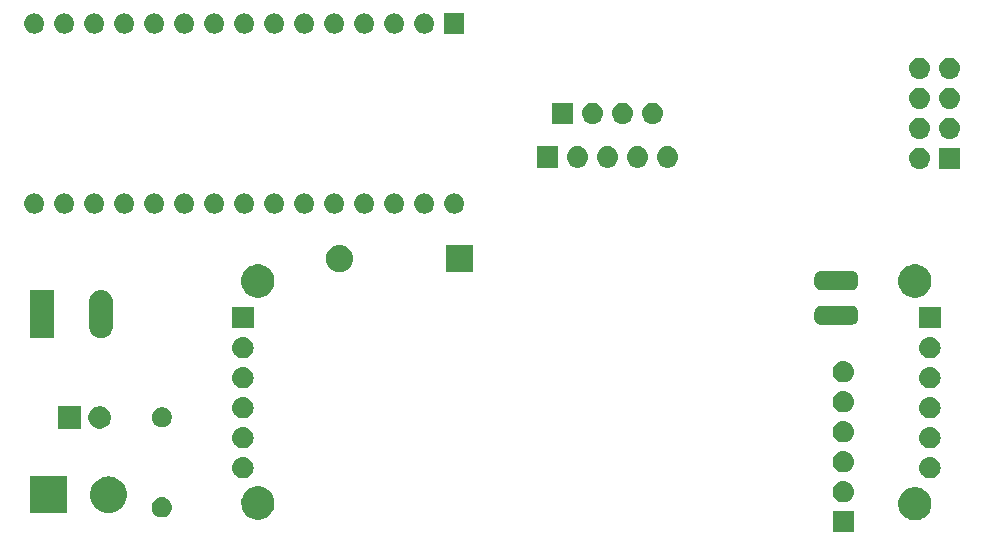
<source format=gbr>
G04 #@! TF.GenerationSoftware,KiCad,Pcbnew,(5.1.4-0-10_14)*
G04 #@! TF.CreationDate,2020-05-04T21:58:41+12:00*
G04 #@! TF.ProjectId,Robotic hand v2,526f626f-7469-4632-9068-616e64207632,rev?*
G04 #@! TF.SameCoordinates,Original*
G04 #@! TF.FileFunction,Soldermask,Bot*
G04 #@! TF.FilePolarity,Negative*
%FSLAX46Y46*%
G04 Gerber Fmt 4.6, Leading zero omitted, Abs format (unit mm)*
G04 Created by KiCad (PCBNEW (5.1.4-0-10_14)) date 2020-05-04 21:58:41*
%MOMM*%
%LPD*%
G04 APERTURE LIST*
%ADD10C,0.100000*%
G04 APERTURE END LIST*
D10*
G36*
X170549500Y-122086500D02*
G01*
X168747500Y-122086500D01*
X168747500Y-120284500D01*
X170549500Y-120284500D01*
X170549500Y-122086500D01*
X170549500Y-122086500D01*
G37*
G36*
X176031433Y-118296393D02*
G01*
X176121657Y-118314339D01*
X176223321Y-118356450D01*
X176376621Y-118419949D01*
X176417990Y-118447591D01*
X176606086Y-118573272D01*
X176801228Y-118768414D01*
X176903675Y-118921737D01*
X176954551Y-118997879D01*
X176977283Y-119052760D01*
X177060161Y-119252843D01*
X177066694Y-119285686D01*
X177114000Y-119523512D01*
X177114000Y-119799488D01*
X177113266Y-119803177D01*
X177060161Y-120070157D01*
X177032547Y-120136823D01*
X176954551Y-120325121D01*
X176954550Y-120325122D01*
X176801228Y-120554586D01*
X176606086Y-120749728D01*
X176452763Y-120852175D01*
X176376621Y-120903051D01*
X176227267Y-120964915D01*
X176121657Y-121008661D01*
X176031433Y-121026607D01*
X175850988Y-121062500D01*
X175575012Y-121062500D01*
X175394567Y-121026607D01*
X175304343Y-121008661D01*
X175198733Y-120964915D01*
X175049379Y-120903051D01*
X174973237Y-120852175D01*
X174819914Y-120749728D01*
X174624772Y-120554586D01*
X174471450Y-120325122D01*
X174471449Y-120325121D01*
X174393453Y-120136823D01*
X174365839Y-120070157D01*
X174312734Y-119803177D01*
X174312000Y-119799488D01*
X174312000Y-119523512D01*
X174359306Y-119285686D01*
X174365839Y-119252843D01*
X174448717Y-119052760D01*
X174471449Y-118997879D01*
X174522325Y-118921737D01*
X174624772Y-118768414D01*
X174819914Y-118573272D01*
X175008010Y-118447591D01*
X175049379Y-118419949D01*
X175202679Y-118356450D01*
X175304343Y-118314339D01*
X175394567Y-118296393D01*
X175575012Y-118260500D01*
X175850988Y-118260500D01*
X176031433Y-118296393D01*
X176031433Y-118296393D01*
G37*
G36*
X120405433Y-118232893D02*
G01*
X120495657Y-118250839D01*
X120518980Y-118260500D01*
X120750621Y-118356449D01*
X120750622Y-118356450D01*
X120980086Y-118509772D01*
X121175228Y-118704914D01*
X121253545Y-118822125D01*
X121328551Y-118934379D01*
X121377586Y-119052760D01*
X121430281Y-119179975D01*
X121434161Y-119189344D01*
X121488000Y-119460012D01*
X121488000Y-119735988D01*
X121474635Y-119803177D01*
X121434161Y-120006657D01*
X121407858Y-120070157D01*
X121328551Y-120261621D01*
X121313264Y-120284500D01*
X121175228Y-120491086D01*
X120980086Y-120686228D01*
X120885051Y-120749728D01*
X120750621Y-120839551D01*
X120601267Y-120901415D01*
X120495657Y-120945161D01*
X120405433Y-120963107D01*
X120224988Y-120999000D01*
X119949012Y-120999000D01*
X119768567Y-120963107D01*
X119678343Y-120945161D01*
X119572733Y-120901415D01*
X119423379Y-120839551D01*
X119288949Y-120749728D01*
X119193914Y-120686228D01*
X118998772Y-120491086D01*
X118860736Y-120284500D01*
X118845449Y-120261621D01*
X118766142Y-120070157D01*
X118739839Y-120006657D01*
X118699365Y-119803177D01*
X118686000Y-119735988D01*
X118686000Y-119460012D01*
X118739839Y-119189344D01*
X118743720Y-119179975D01*
X118796414Y-119052760D01*
X118845449Y-118934379D01*
X118920455Y-118822125D01*
X118998772Y-118704914D01*
X119193914Y-118509772D01*
X119423378Y-118356450D01*
X119423379Y-118356449D01*
X119655020Y-118260500D01*
X119678343Y-118250839D01*
X119768567Y-118232893D01*
X119949012Y-118197000D01*
X120224988Y-118197000D01*
X120405433Y-118232893D01*
X120405433Y-118232893D01*
G37*
G36*
X112116823Y-119131313D02*
G01*
X112277242Y-119179976D01*
X112409906Y-119250886D01*
X112425078Y-119258996D01*
X112554659Y-119365341D01*
X112661004Y-119494922D01*
X112661005Y-119494924D01*
X112740024Y-119642758D01*
X112788687Y-119803177D01*
X112805117Y-119970000D01*
X112788687Y-120136823D01*
X112740024Y-120297242D01*
X112669114Y-120429906D01*
X112661004Y-120445078D01*
X112554659Y-120574659D01*
X112425078Y-120681004D01*
X112409906Y-120689114D01*
X112277242Y-120760024D01*
X112116823Y-120808687D01*
X111991804Y-120821000D01*
X111908196Y-120821000D01*
X111783177Y-120808687D01*
X111622758Y-120760024D01*
X111490094Y-120689114D01*
X111474922Y-120681004D01*
X111345341Y-120574659D01*
X111238996Y-120445078D01*
X111230886Y-120429906D01*
X111159976Y-120297242D01*
X111111313Y-120136823D01*
X111094883Y-119970000D01*
X111111313Y-119803177D01*
X111159976Y-119642758D01*
X111238995Y-119494924D01*
X111238996Y-119494922D01*
X111345341Y-119365341D01*
X111474922Y-119258996D01*
X111490094Y-119250886D01*
X111622758Y-119179976D01*
X111783177Y-119131313D01*
X111908196Y-119119000D01*
X111991804Y-119119000D01*
X112116823Y-119131313D01*
X112116823Y-119131313D01*
G37*
G36*
X107689623Y-117366278D02*
G01*
X107902410Y-117408604D01*
X108184674Y-117525521D01*
X108438705Y-117695259D01*
X108654741Y-117911295D01*
X108824479Y-118165326D01*
X108941396Y-118447590D01*
X109001000Y-118747240D01*
X109001000Y-119052760D01*
X108941396Y-119352410D01*
X108824479Y-119634674D01*
X108654741Y-119888705D01*
X108438705Y-120104741D01*
X108184674Y-120274479D01*
X107902410Y-120391396D01*
X107752585Y-120421198D01*
X107602761Y-120451000D01*
X107297239Y-120451000D01*
X107147415Y-120421198D01*
X106997590Y-120391396D01*
X106715326Y-120274479D01*
X106461295Y-120104741D01*
X106245259Y-119888705D01*
X106075521Y-119634674D01*
X105958604Y-119352410D01*
X105899000Y-119052760D01*
X105899000Y-118747240D01*
X105958604Y-118447590D01*
X106075521Y-118165326D01*
X106245259Y-117911295D01*
X106461295Y-117695259D01*
X106715326Y-117525521D01*
X106997590Y-117408604D01*
X107210377Y-117366278D01*
X107297239Y-117349000D01*
X107602761Y-117349000D01*
X107689623Y-117366278D01*
X107689623Y-117366278D01*
G37*
G36*
X103921000Y-120451000D02*
G01*
X100819000Y-120451000D01*
X100819000Y-117349000D01*
X103921000Y-117349000D01*
X103921000Y-120451000D01*
X103921000Y-120451000D01*
G37*
G36*
X169758943Y-117751019D02*
G01*
X169825127Y-117757537D01*
X169994966Y-117809057D01*
X170151491Y-117892722D01*
X170174122Y-117911295D01*
X170288686Y-118005314D01*
X170371948Y-118106771D01*
X170401278Y-118142509D01*
X170484943Y-118299034D01*
X170536463Y-118468873D01*
X170553859Y-118645500D01*
X170536463Y-118822127D01*
X170484943Y-118991966D01*
X170401278Y-119148491D01*
X170375439Y-119179976D01*
X170288686Y-119285686D01*
X170207381Y-119352410D01*
X170151491Y-119398278D01*
X169994966Y-119481943D01*
X169825127Y-119533463D01*
X169758943Y-119539981D01*
X169692760Y-119546500D01*
X169604240Y-119546500D01*
X169538057Y-119539981D01*
X169471873Y-119533463D01*
X169302034Y-119481943D01*
X169145509Y-119398278D01*
X169089619Y-119352410D01*
X169008314Y-119285686D01*
X168921561Y-119179976D01*
X168895722Y-119148491D01*
X168812057Y-118991966D01*
X168760537Y-118822127D01*
X168743141Y-118645500D01*
X168760537Y-118468873D01*
X168812057Y-118299034D01*
X168895722Y-118142509D01*
X168925052Y-118106771D01*
X169008314Y-118005314D01*
X169122878Y-117911295D01*
X169145509Y-117892722D01*
X169302034Y-117809057D01*
X169471873Y-117757537D01*
X169538057Y-117751019D01*
X169604240Y-117744500D01*
X169692760Y-117744500D01*
X169758943Y-117751019D01*
X169758943Y-117751019D01*
G37*
G36*
X177093442Y-115719018D02*
G01*
X177159627Y-115725537D01*
X177329466Y-115777057D01*
X177485991Y-115860722D01*
X177521729Y-115890052D01*
X177623186Y-115973314D01*
X177706448Y-116074771D01*
X177735778Y-116110509D01*
X177819443Y-116267034D01*
X177870963Y-116436873D01*
X177888359Y-116613500D01*
X177870963Y-116790127D01*
X177819443Y-116959966D01*
X177735778Y-117116491D01*
X177706448Y-117152229D01*
X177623186Y-117253686D01*
X177521729Y-117336948D01*
X177485991Y-117366278D01*
X177329466Y-117449943D01*
X177159627Y-117501463D01*
X177093442Y-117507982D01*
X177027260Y-117514500D01*
X176938740Y-117514500D01*
X176872558Y-117507982D01*
X176806373Y-117501463D01*
X176636534Y-117449943D01*
X176480009Y-117366278D01*
X176444271Y-117336948D01*
X176342814Y-117253686D01*
X176259552Y-117152229D01*
X176230222Y-117116491D01*
X176146557Y-116959966D01*
X176095037Y-116790127D01*
X176077641Y-116613500D01*
X176095037Y-116436873D01*
X176146557Y-116267034D01*
X176230222Y-116110509D01*
X176259552Y-116074771D01*
X176342814Y-115973314D01*
X176444271Y-115890052D01*
X176480009Y-115860722D01*
X176636534Y-115777057D01*
X176806373Y-115725537D01*
X176872558Y-115719018D01*
X176938740Y-115712500D01*
X177027260Y-115712500D01*
X177093442Y-115719018D01*
X177093442Y-115719018D01*
G37*
G36*
X118927442Y-115719018D02*
G01*
X118993627Y-115725537D01*
X119163466Y-115777057D01*
X119319991Y-115860722D01*
X119355729Y-115890052D01*
X119457186Y-115973314D01*
X119540448Y-116074771D01*
X119569778Y-116110509D01*
X119653443Y-116267034D01*
X119704963Y-116436873D01*
X119722359Y-116613500D01*
X119704963Y-116790127D01*
X119653443Y-116959966D01*
X119569778Y-117116491D01*
X119540448Y-117152229D01*
X119457186Y-117253686D01*
X119355729Y-117336948D01*
X119319991Y-117366278D01*
X119163466Y-117449943D01*
X118993627Y-117501463D01*
X118927442Y-117507982D01*
X118861260Y-117514500D01*
X118772740Y-117514500D01*
X118706558Y-117507982D01*
X118640373Y-117501463D01*
X118470534Y-117449943D01*
X118314009Y-117366278D01*
X118278271Y-117336948D01*
X118176814Y-117253686D01*
X118093552Y-117152229D01*
X118064222Y-117116491D01*
X117980557Y-116959966D01*
X117929037Y-116790127D01*
X117911641Y-116613500D01*
X117929037Y-116436873D01*
X117980557Y-116267034D01*
X118064222Y-116110509D01*
X118093552Y-116074771D01*
X118176814Y-115973314D01*
X118278271Y-115890052D01*
X118314009Y-115860722D01*
X118470534Y-115777057D01*
X118640373Y-115725537D01*
X118706558Y-115719018D01*
X118772740Y-115712500D01*
X118861260Y-115712500D01*
X118927442Y-115719018D01*
X118927442Y-115719018D01*
G37*
G36*
X169758942Y-115211018D02*
G01*
X169825127Y-115217537D01*
X169994966Y-115269057D01*
X170151491Y-115352722D01*
X170187229Y-115382052D01*
X170288686Y-115465314D01*
X170371948Y-115566771D01*
X170401278Y-115602509D01*
X170484943Y-115759034D01*
X170536463Y-115928873D01*
X170553859Y-116105500D01*
X170536463Y-116282127D01*
X170484943Y-116451966D01*
X170401278Y-116608491D01*
X170397167Y-116613500D01*
X170288686Y-116745686D01*
X170187229Y-116828948D01*
X170151491Y-116858278D01*
X169994966Y-116941943D01*
X169825127Y-116993463D01*
X169758943Y-116999981D01*
X169692760Y-117006500D01*
X169604240Y-117006500D01*
X169538057Y-116999981D01*
X169471873Y-116993463D01*
X169302034Y-116941943D01*
X169145509Y-116858278D01*
X169109771Y-116828948D01*
X169008314Y-116745686D01*
X168899833Y-116613500D01*
X168895722Y-116608491D01*
X168812057Y-116451966D01*
X168760537Y-116282127D01*
X168743141Y-116105500D01*
X168760537Y-115928873D01*
X168812057Y-115759034D01*
X168895722Y-115602509D01*
X168925052Y-115566771D01*
X169008314Y-115465314D01*
X169109771Y-115382052D01*
X169145509Y-115352722D01*
X169302034Y-115269057D01*
X169471873Y-115217537D01*
X169538058Y-115211018D01*
X169604240Y-115204500D01*
X169692760Y-115204500D01*
X169758942Y-115211018D01*
X169758942Y-115211018D01*
G37*
G36*
X177093443Y-113179019D02*
G01*
X177159627Y-113185537D01*
X177329466Y-113237057D01*
X177485991Y-113320722D01*
X177521729Y-113350052D01*
X177623186Y-113433314D01*
X177706448Y-113534771D01*
X177735778Y-113570509D01*
X177819443Y-113727034D01*
X177870963Y-113896873D01*
X177888359Y-114073500D01*
X177870963Y-114250127D01*
X177819443Y-114419966D01*
X177735778Y-114576491D01*
X177706448Y-114612229D01*
X177623186Y-114713686D01*
X177521729Y-114796948D01*
X177485991Y-114826278D01*
X177329466Y-114909943D01*
X177159627Y-114961463D01*
X177093443Y-114967981D01*
X177027260Y-114974500D01*
X176938740Y-114974500D01*
X176872557Y-114967981D01*
X176806373Y-114961463D01*
X176636534Y-114909943D01*
X176480009Y-114826278D01*
X176444271Y-114796948D01*
X176342814Y-114713686D01*
X176259552Y-114612229D01*
X176230222Y-114576491D01*
X176146557Y-114419966D01*
X176095037Y-114250127D01*
X176077641Y-114073500D01*
X176095037Y-113896873D01*
X176146557Y-113727034D01*
X176230222Y-113570509D01*
X176259552Y-113534771D01*
X176342814Y-113433314D01*
X176444271Y-113350052D01*
X176480009Y-113320722D01*
X176636534Y-113237057D01*
X176806373Y-113185537D01*
X176872557Y-113179019D01*
X176938740Y-113172500D01*
X177027260Y-113172500D01*
X177093443Y-113179019D01*
X177093443Y-113179019D01*
G37*
G36*
X118927443Y-113179019D02*
G01*
X118993627Y-113185537D01*
X119163466Y-113237057D01*
X119319991Y-113320722D01*
X119355729Y-113350052D01*
X119457186Y-113433314D01*
X119540448Y-113534771D01*
X119569778Y-113570509D01*
X119653443Y-113727034D01*
X119704963Y-113896873D01*
X119722359Y-114073500D01*
X119704963Y-114250127D01*
X119653443Y-114419966D01*
X119569778Y-114576491D01*
X119540448Y-114612229D01*
X119457186Y-114713686D01*
X119355729Y-114796948D01*
X119319991Y-114826278D01*
X119163466Y-114909943D01*
X118993627Y-114961463D01*
X118927443Y-114967981D01*
X118861260Y-114974500D01*
X118772740Y-114974500D01*
X118706557Y-114967981D01*
X118640373Y-114961463D01*
X118470534Y-114909943D01*
X118314009Y-114826278D01*
X118278271Y-114796948D01*
X118176814Y-114713686D01*
X118093552Y-114612229D01*
X118064222Y-114576491D01*
X117980557Y-114419966D01*
X117929037Y-114250127D01*
X117911641Y-114073500D01*
X117929037Y-113896873D01*
X117980557Y-113727034D01*
X118064222Y-113570509D01*
X118093552Y-113534771D01*
X118176814Y-113433314D01*
X118278271Y-113350052D01*
X118314009Y-113320722D01*
X118470534Y-113237057D01*
X118640373Y-113185537D01*
X118706557Y-113179019D01*
X118772740Y-113172500D01*
X118861260Y-113172500D01*
X118927443Y-113179019D01*
X118927443Y-113179019D01*
G37*
G36*
X169758942Y-112671018D02*
G01*
X169825127Y-112677537D01*
X169994966Y-112729057D01*
X170151491Y-112812722D01*
X170187229Y-112842052D01*
X170288686Y-112925314D01*
X170359018Y-113011015D01*
X170401278Y-113062509D01*
X170484943Y-113219034D01*
X170536463Y-113388873D01*
X170553859Y-113565500D01*
X170536463Y-113742127D01*
X170484943Y-113911966D01*
X170401278Y-114068491D01*
X170397167Y-114073500D01*
X170288686Y-114205686D01*
X170187229Y-114288948D01*
X170151491Y-114318278D01*
X169994966Y-114401943D01*
X169825127Y-114453463D01*
X169758942Y-114459982D01*
X169692760Y-114466500D01*
X169604240Y-114466500D01*
X169538058Y-114459982D01*
X169471873Y-114453463D01*
X169302034Y-114401943D01*
X169145509Y-114318278D01*
X169109771Y-114288948D01*
X169008314Y-114205686D01*
X168899833Y-114073500D01*
X168895722Y-114068491D01*
X168812057Y-113911966D01*
X168760537Y-113742127D01*
X168743141Y-113565500D01*
X168760537Y-113388873D01*
X168812057Y-113219034D01*
X168895722Y-113062509D01*
X168937982Y-113011015D01*
X169008314Y-112925314D01*
X169109771Y-112842052D01*
X169145509Y-112812722D01*
X169302034Y-112729057D01*
X169471873Y-112677537D01*
X169538058Y-112671018D01*
X169604240Y-112664500D01*
X169692760Y-112664500D01*
X169758942Y-112671018D01*
X169758942Y-112671018D01*
G37*
G36*
X106967395Y-111435546D02*
G01*
X107140466Y-111507234D01*
X107140467Y-111507235D01*
X107296227Y-111611310D01*
X107428690Y-111743773D01*
X107471284Y-111807520D01*
X107532766Y-111899534D01*
X107604454Y-112072605D01*
X107641000Y-112256333D01*
X107641000Y-112443667D01*
X107604454Y-112627395D01*
X107532766Y-112800466D01*
X107532765Y-112800467D01*
X107428690Y-112956227D01*
X107296227Y-113088690D01*
X107273092Y-113104148D01*
X107140466Y-113192766D01*
X106967395Y-113264454D01*
X106783667Y-113301000D01*
X106596333Y-113301000D01*
X106412605Y-113264454D01*
X106239534Y-113192766D01*
X106106908Y-113104148D01*
X106083773Y-113088690D01*
X105951310Y-112956227D01*
X105847235Y-112800467D01*
X105847234Y-112800466D01*
X105775546Y-112627395D01*
X105739000Y-112443667D01*
X105739000Y-112256333D01*
X105775546Y-112072605D01*
X105847234Y-111899534D01*
X105908716Y-111807520D01*
X105951310Y-111743773D01*
X106083773Y-111611310D01*
X106239533Y-111507235D01*
X106239534Y-111507234D01*
X106412605Y-111435546D01*
X106596333Y-111399000D01*
X106783667Y-111399000D01*
X106967395Y-111435546D01*
X106967395Y-111435546D01*
G37*
G36*
X105101000Y-113301000D02*
G01*
X103199000Y-113301000D01*
X103199000Y-111399000D01*
X105101000Y-111399000D01*
X105101000Y-113301000D01*
X105101000Y-113301000D01*
G37*
G36*
X112198228Y-111531703D02*
G01*
X112353100Y-111595853D01*
X112492481Y-111688985D01*
X112611015Y-111807519D01*
X112704147Y-111946900D01*
X112768297Y-112101772D01*
X112801000Y-112266184D01*
X112801000Y-112433816D01*
X112768297Y-112598228D01*
X112704147Y-112753100D01*
X112611015Y-112892481D01*
X112492481Y-113011015D01*
X112353100Y-113104147D01*
X112198228Y-113168297D01*
X112033816Y-113201000D01*
X111866184Y-113201000D01*
X111701772Y-113168297D01*
X111546900Y-113104147D01*
X111407519Y-113011015D01*
X111288985Y-112892481D01*
X111195853Y-112753100D01*
X111131703Y-112598228D01*
X111099000Y-112433816D01*
X111099000Y-112266184D01*
X111131703Y-112101772D01*
X111195853Y-111946900D01*
X111288985Y-111807519D01*
X111407519Y-111688985D01*
X111546900Y-111595853D01*
X111701772Y-111531703D01*
X111866184Y-111499000D01*
X112033816Y-111499000D01*
X112198228Y-111531703D01*
X112198228Y-111531703D01*
G37*
G36*
X118927442Y-110639018D02*
G01*
X118993627Y-110645537D01*
X119163466Y-110697057D01*
X119319991Y-110780722D01*
X119355729Y-110810052D01*
X119457186Y-110893314D01*
X119540448Y-110994771D01*
X119569778Y-111030509D01*
X119653443Y-111187034D01*
X119704963Y-111356873D01*
X119722359Y-111533500D01*
X119704963Y-111710127D01*
X119653443Y-111879966D01*
X119569778Y-112036491D01*
X119540448Y-112072229D01*
X119457186Y-112173686D01*
X119356479Y-112256333D01*
X119319991Y-112286278D01*
X119163466Y-112369943D01*
X118993627Y-112421463D01*
X118927443Y-112427981D01*
X118861260Y-112434500D01*
X118772740Y-112434500D01*
X118706557Y-112427981D01*
X118640373Y-112421463D01*
X118470534Y-112369943D01*
X118314009Y-112286278D01*
X118277521Y-112256333D01*
X118176814Y-112173686D01*
X118093552Y-112072229D01*
X118064222Y-112036491D01*
X117980557Y-111879966D01*
X117929037Y-111710127D01*
X117911641Y-111533500D01*
X117929037Y-111356873D01*
X117980557Y-111187034D01*
X118064222Y-111030509D01*
X118093552Y-110994771D01*
X118176814Y-110893314D01*
X118278271Y-110810052D01*
X118314009Y-110780722D01*
X118470534Y-110697057D01*
X118640373Y-110645537D01*
X118706558Y-110639018D01*
X118772740Y-110632500D01*
X118861260Y-110632500D01*
X118927442Y-110639018D01*
X118927442Y-110639018D01*
G37*
G36*
X177093442Y-110639018D02*
G01*
X177159627Y-110645537D01*
X177329466Y-110697057D01*
X177485991Y-110780722D01*
X177521729Y-110810052D01*
X177623186Y-110893314D01*
X177706448Y-110994771D01*
X177735778Y-111030509D01*
X177819443Y-111187034D01*
X177870963Y-111356873D01*
X177888359Y-111533500D01*
X177870963Y-111710127D01*
X177819443Y-111879966D01*
X177735778Y-112036491D01*
X177706448Y-112072229D01*
X177623186Y-112173686D01*
X177522479Y-112256333D01*
X177485991Y-112286278D01*
X177329466Y-112369943D01*
X177159627Y-112421463D01*
X177093443Y-112427981D01*
X177027260Y-112434500D01*
X176938740Y-112434500D01*
X176872557Y-112427981D01*
X176806373Y-112421463D01*
X176636534Y-112369943D01*
X176480009Y-112286278D01*
X176443521Y-112256333D01*
X176342814Y-112173686D01*
X176259552Y-112072229D01*
X176230222Y-112036491D01*
X176146557Y-111879966D01*
X176095037Y-111710127D01*
X176077641Y-111533500D01*
X176095037Y-111356873D01*
X176146557Y-111187034D01*
X176230222Y-111030509D01*
X176259552Y-110994771D01*
X176342814Y-110893314D01*
X176444271Y-110810052D01*
X176480009Y-110780722D01*
X176636534Y-110697057D01*
X176806373Y-110645537D01*
X176872558Y-110639018D01*
X176938740Y-110632500D01*
X177027260Y-110632500D01*
X177093442Y-110639018D01*
X177093442Y-110639018D01*
G37*
G36*
X169758943Y-110131019D02*
G01*
X169825127Y-110137537D01*
X169994966Y-110189057D01*
X170151491Y-110272722D01*
X170187229Y-110302052D01*
X170288686Y-110385314D01*
X170371948Y-110486771D01*
X170401278Y-110522509D01*
X170484943Y-110679034D01*
X170536463Y-110848873D01*
X170553859Y-111025500D01*
X170536463Y-111202127D01*
X170484943Y-111371966D01*
X170401278Y-111528491D01*
X170398640Y-111531705D01*
X170288686Y-111665686D01*
X170193535Y-111743773D01*
X170151491Y-111778278D01*
X169994966Y-111861943D01*
X169825127Y-111913463D01*
X169758942Y-111919982D01*
X169692760Y-111926500D01*
X169604240Y-111926500D01*
X169538058Y-111919982D01*
X169471873Y-111913463D01*
X169302034Y-111861943D01*
X169145509Y-111778278D01*
X169103465Y-111743773D01*
X169008314Y-111665686D01*
X168898360Y-111531705D01*
X168895722Y-111528491D01*
X168812057Y-111371966D01*
X168760537Y-111202127D01*
X168743141Y-111025500D01*
X168760537Y-110848873D01*
X168812057Y-110679034D01*
X168895722Y-110522509D01*
X168925052Y-110486771D01*
X169008314Y-110385314D01*
X169109771Y-110302052D01*
X169145509Y-110272722D01*
X169302034Y-110189057D01*
X169471873Y-110137537D01*
X169538057Y-110131019D01*
X169604240Y-110124500D01*
X169692760Y-110124500D01*
X169758943Y-110131019D01*
X169758943Y-110131019D01*
G37*
G36*
X118927442Y-108099018D02*
G01*
X118993627Y-108105537D01*
X119163466Y-108157057D01*
X119319991Y-108240722D01*
X119355729Y-108270052D01*
X119457186Y-108353314D01*
X119540448Y-108454771D01*
X119569778Y-108490509D01*
X119653443Y-108647034D01*
X119704963Y-108816873D01*
X119722359Y-108993500D01*
X119704963Y-109170127D01*
X119653443Y-109339966D01*
X119569778Y-109496491D01*
X119540448Y-109532229D01*
X119457186Y-109633686D01*
X119355729Y-109716948D01*
X119319991Y-109746278D01*
X119163466Y-109829943D01*
X118993627Y-109881463D01*
X118927442Y-109887982D01*
X118861260Y-109894500D01*
X118772740Y-109894500D01*
X118706558Y-109887982D01*
X118640373Y-109881463D01*
X118470534Y-109829943D01*
X118314009Y-109746278D01*
X118278271Y-109716948D01*
X118176814Y-109633686D01*
X118093552Y-109532229D01*
X118064222Y-109496491D01*
X117980557Y-109339966D01*
X117929037Y-109170127D01*
X117911641Y-108993500D01*
X117929037Y-108816873D01*
X117980557Y-108647034D01*
X118064222Y-108490509D01*
X118093552Y-108454771D01*
X118176814Y-108353314D01*
X118278271Y-108270052D01*
X118314009Y-108240722D01*
X118470534Y-108157057D01*
X118640373Y-108105537D01*
X118706558Y-108099018D01*
X118772740Y-108092500D01*
X118861260Y-108092500D01*
X118927442Y-108099018D01*
X118927442Y-108099018D01*
G37*
G36*
X177093442Y-108099018D02*
G01*
X177159627Y-108105537D01*
X177329466Y-108157057D01*
X177485991Y-108240722D01*
X177521729Y-108270052D01*
X177623186Y-108353314D01*
X177706448Y-108454771D01*
X177735778Y-108490509D01*
X177819443Y-108647034D01*
X177870963Y-108816873D01*
X177888359Y-108993500D01*
X177870963Y-109170127D01*
X177819443Y-109339966D01*
X177735778Y-109496491D01*
X177706448Y-109532229D01*
X177623186Y-109633686D01*
X177521729Y-109716948D01*
X177485991Y-109746278D01*
X177329466Y-109829943D01*
X177159627Y-109881463D01*
X177093442Y-109887982D01*
X177027260Y-109894500D01*
X176938740Y-109894500D01*
X176872558Y-109887982D01*
X176806373Y-109881463D01*
X176636534Y-109829943D01*
X176480009Y-109746278D01*
X176444271Y-109716948D01*
X176342814Y-109633686D01*
X176259552Y-109532229D01*
X176230222Y-109496491D01*
X176146557Y-109339966D01*
X176095037Y-109170127D01*
X176077641Y-108993500D01*
X176095037Y-108816873D01*
X176146557Y-108647034D01*
X176230222Y-108490509D01*
X176259552Y-108454771D01*
X176342814Y-108353314D01*
X176444271Y-108270052D01*
X176480009Y-108240722D01*
X176636534Y-108157057D01*
X176806373Y-108105537D01*
X176872558Y-108099018D01*
X176938740Y-108092500D01*
X177027260Y-108092500D01*
X177093442Y-108099018D01*
X177093442Y-108099018D01*
G37*
G36*
X169758943Y-107591019D02*
G01*
X169825127Y-107597537D01*
X169994966Y-107649057D01*
X170151491Y-107732722D01*
X170187229Y-107762052D01*
X170288686Y-107845314D01*
X170371948Y-107946771D01*
X170401278Y-107982509D01*
X170484943Y-108139034D01*
X170536463Y-108308873D01*
X170553859Y-108485500D01*
X170536463Y-108662127D01*
X170484943Y-108831966D01*
X170401278Y-108988491D01*
X170397167Y-108993500D01*
X170288686Y-109125686D01*
X170187229Y-109208948D01*
X170151491Y-109238278D01*
X169994966Y-109321943D01*
X169825127Y-109373463D01*
X169758942Y-109379982D01*
X169692760Y-109386500D01*
X169604240Y-109386500D01*
X169538058Y-109379982D01*
X169471873Y-109373463D01*
X169302034Y-109321943D01*
X169145509Y-109238278D01*
X169109771Y-109208948D01*
X169008314Y-109125686D01*
X168899833Y-108993500D01*
X168895722Y-108988491D01*
X168812057Y-108831966D01*
X168760537Y-108662127D01*
X168743141Y-108485500D01*
X168760537Y-108308873D01*
X168812057Y-108139034D01*
X168895722Y-107982509D01*
X168925052Y-107946771D01*
X169008314Y-107845314D01*
X169109771Y-107762052D01*
X169145509Y-107732722D01*
X169302034Y-107649057D01*
X169471873Y-107597537D01*
X169538057Y-107591019D01*
X169604240Y-107584500D01*
X169692760Y-107584500D01*
X169758943Y-107591019D01*
X169758943Y-107591019D01*
G37*
G36*
X177066958Y-105556410D02*
G01*
X177159627Y-105565537D01*
X177329466Y-105617057D01*
X177485991Y-105700722D01*
X177521729Y-105730052D01*
X177623186Y-105813314D01*
X177706448Y-105914771D01*
X177735778Y-105950509D01*
X177819443Y-106107034D01*
X177870963Y-106276873D01*
X177888359Y-106453500D01*
X177870963Y-106630127D01*
X177819443Y-106799966D01*
X177735778Y-106956491D01*
X177706448Y-106992229D01*
X177623186Y-107093686D01*
X177521729Y-107176948D01*
X177485991Y-107206278D01*
X177329466Y-107289943D01*
X177159627Y-107341463D01*
X177093442Y-107347982D01*
X177027260Y-107354500D01*
X176938740Y-107354500D01*
X176872558Y-107347982D01*
X176806373Y-107341463D01*
X176636534Y-107289943D01*
X176480009Y-107206278D01*
X176444271Y-107176948D01*
X176342814Y-107093686D01*
X176259552Y-106992229D01*
X176230222Y-106956491D01*
X176146557Y-106799966D01*
X176095037Y-106630127D01*
X176077641Y-106453500D01*
X176095037Y-106276873D01*
X176146557Y-106107034D01*
X176230222Y-105950509D01*
X176259552Y-105914771D01*
X176342814Y-105813314D01*
X176444271Y-105730052D01*
X176480009Y-105700722D01*
X176636534Y-105617057D01*
X176806373Y-105565537D01*
X176899042Y-105556410D01*
X176938740Y-105552500D01*
X177027260Y-105552500D01*
X177066958Y-105556410D01*
X177066958Y-105556410D01*
G37*
G36*
X118900958Y-105556410D02*
G01*
X118993627Y-105565537D01*
X119163466Y-105617057D01*
X119319991Y-105700722D01*
X119355729Y-105730052D01*
X119457186Y-105813314D01*
X119540448Y-105914771D01*
X119569778Y-105950509D01*
X119653443Y-106107034D01*
X119704963Y-106276873D01*
X119722359Y-106453500D01*
X119704963Y-106630127D01*
X119653443Y-106799966D01*
X119569778Y-106956491D01*
X119540448Y-106992229D01*
X119457186Y-107093686D01*
X119355729Y-107176948D01*
X119319991Y-107206278D01*
X119163466Y-107289943D01*
X118993627Y-107341463D01*
X118927442Y-107347982D01*
X118861260Y-107354500D01*
X118772740Y-107354500D01*
X118706558Y-107347982D01*
X118640373Y-107341463D01*
X118470534Y-107289943D01*
X118314009Y-107206278D01*
X118278271Y-107176948D01*
X118176814Y-107093686D01*
X118093552Y-106992229D01*
X118064222Y-106956491D01*
X117980557Y-106799966D01*
X117929037Y-106630127D01*
X117911641Y-106453500D01*
X117929037Y-106276873D01*
X117980557Y-106107034D01*
X118064222Y-105950509D01*
X118093552Y-105914771D01*
X118176814Y-105813314D01*
X118278271Y-105730052D01*
X118314009Y-105700722D01*
X118470534Y-105617057D01*
X118640373Y-105565537D01*
X118733042Y-105556410D01*
X118772740Y-105552500D01*
X118861260Y-105552500D01*
X118900958Y-105556410D01*
X118900958Y-105556410D01*
G37*
G36*
X107004071Y-101584063D02*
G01*
X107200300Y-101643589D01*
X107381146Y-101740253D01*
X107422437Y-101774140D01*
X107539660Y-101870340D01*
X107669748Y-102028855D01*
X107677603Y-102043551D01*
X107766411Y-102209699D01*
X107825937Y-102405928D01*
X107841000Y-102558868D01*
X107841000Y-104641132D01*
X107825937Y-104794072D01*
X107819740Y-104814500D01*
X107766410Y-104990303D01*
X107669748Y-105171145D01*
X107539660Y-105329660D01*
X107381145Y-105459748D01*
X107207618Y-105552500D01*
X107200301Y-105556411D01*
X107004072Y-105615937D01*
X106800000Y-105636036D01*
X106595929Y-105615937D01*
X106399700Y-105556411D01*
X106392383Y-105552500D01*
X106218856Y-105459748D01*
X106060341Y-105329660D01*
X105930253Y-105171145D01*
X105833591Y-104990303D01*
X105780261Y-104814500D01*
X105774064Y-104794072D01*
X105759001Y-104641132D01*
X105759000Y-102558869D01*
X105774063Y-102405929D01*
X105833589Y-102209700D01*
X105930253Y-102028854D01*
X105964140Y-101987563D01*
X106060340Y-101870340D01*
X106218855Y-101740252D01*
X106399697Y-101643590D01*
X106399699Y-101643589D01*
X106595928Y-101584063D01*
X106800000Y-101563964D01*
X107004071Y-101584063D01*
X107004071Y-101584063D01*
G37*
G36*
X102841000Y-105631000D02*
G01*
X100759000Y-105631000D01*
X100759000Y-101569000D01*
X102841000Y-101569000D01*
X102841000Y-105631000D01*
X102841000Y-105631000D01*
G37*
G36*
X119718000Y-104814500D02*
G01*
X117916000Y-104814500D01*
X117916000Y-103012500D01*
X119718000Y-103012500D01*
X119718000Y-104814500D01*
X119718000Y-104814500D01*
G37*
G36*
X177884000Y-104814500D02*
G01*
X176082000Y-104814500D01*
X176082000Y-103012500D01*
X177884000Y-103012500D01*
X177884000Y-104814500D01*
X177884000Y-104814500D01*
G37*
G36*
X168309999Y-102899737D02*
G01*
X168324528Y-102904145D01*
X168337711Y-102909606D01*
X168361745Y-102914388D01*
X168386249Y-102914389D01*
X168410282Y-102909609D01*
X168432921Y-102900232D01*
X168434765Y-102899000D01*
X169666050Y-102899000D01*
X169678164Y-102905475D01*
X169701613Y-102912588D01*
X169725999Y-102914990D01*
X169750385Y-102912588D01*
X169773834Y-102905475D01*
X169778746Y-102903152D01*
X169790001Y-102899737D01*
X169806140Y-102898148D01*
X170343861Y-102898148D01*
X170362199Y-102899954D01*
X170374450Y-102900556D01*
X170392869Y-102900556D01*
X170415149Y-102902750D01*
X170499233Y-102919476D01*
X170520660Y-102925976D01*
X170599858Y-102958780D01*
X170605303Y-102961691D01*
X170605309Y-102961693D01*
X170614169Y-102966429D01*
X170614173Y-102966432D01*
X170619614Y-102969340D01*
X170690899Y-103016971D01*
X170708204Y-103031172D01*
X170768828Y-103091796D01*
X170783029Y-103109101D01*
X170830660Y-103180386D01*
X170833568Y-103185827D01*
X170833571Y-103185831D01*
X170838307Y-103194691D01*
X170838309Y-103194697D01*
X170841220Y-103200142D01*
X170874024Y-103279340D01*
X170880524Y-103300767D01*
X170897250Y-103384851D01*
X170899444Y-103407131D01*
X170899444Y-103425550D01*
X170900046Y-103437801D01*
X170901852Y-103456139D01*
X170901852Y-103943862D01*
X170900046Y-103962199D01*
X170899444Y-103974450D01*
X170899444Y-103992869D01*
X170897250Y-104015149D01*
X170880524Y-104099233D01*
X170874024Y-104120660D01*
X170841220Y-104199858D01*
X170838309Y-104205303D01*
X170838307Y-104205309D01*
X170833571Y-104214169D01*
X170833568Y-104214173D01*
X170830660Y-104219614D01*
X170783029Y-104290899D01*
X170768828Y-104308204D01*
X170708204Y-104368828D01*
X170690899Y-104383029D01*
X170619614Y-104430660D01*
X170614173Y-104433568D01*
X170614169Y-104433571D01*
X170605309Y-104438307D01*
X170605303Y-104438309D01*
X170599858Y-104441220D01*
X170520660Y-104474024D01*
X170499233Y-104480524D01*
X170415149Y-104497250D01*
X170392869Y-104499444D01*
X170374450Y-104499444D01*
X170362199Y-104500046D01*
X170343862Y-104501852D01*
X169806140Y-104501852D01*
X169790001Y-104500263D01*
X169775472Y-104495855D01*
X169762289Y-104490394D01*
X169738255Y-104485612D01*
X169713751Y-104485611D01*
X169689718Y-104490391D01*
X169667079Y-104499768D01*
X169665235Y-104501000D01*
X168433950Y-104501000D01*
X168421836Y-104494525D01*
X168398387Y-104487412D01*
X168374001Y-104485010D01*
X168349615Y-104487412D01*
X168326166Y-104494525D01*
X168321254Y-104496848D01*
X168309999Y-104500263D01*
X168293860Y-104501852D01*
X167756138Y-104501852D01*
X167737801Y-104500046D01*
X167725550Y-104499444D01*
X167707131Y-104499444D01*
X167684851Y-104497250D01*
X167600767Y-104480524D01*
X167579340Y-104474024D01*
X167500142Y-104441220D01*
X167494697Y-104438309D01*
X167494691Y-104438307D01*
X167485831Y-104433571D01*
X167485827Y-104433568D01*
X167480386Y-104430660D01*
X167409101Y-104383029D01*
X167391796Y-104368828D01*
X167331172Y-104308204D01*
X167316971Y-104290899D01*
X167269340Y-104219614D01*
X167266432Y-104214173D01*
X167266429Y-104214169D01*
X167261693Y-104205309D01*
X167261691Y-104205303D01*
X167258780Y-104199858D01*
X167225976Y-104120660D01*
X167219476Y-104099233D01*
X167202750Y-104015149D01*
X167200556Y-103992869D01*
X167200556Y-103974450D01*
X167199954Y-103962199D01*
X167198148Y-103943862D01*
X167198148Y-103456139D01*
X167199954Y-103437801D01*
X167200556Y-103425550D01*
X167200556Y-103407131D01*
X167202750Y-103384851D01*
X167219476Y-103300767D01*
X167225976Y-103279340D01*
X167258780Y-103200142D01*
X167261691Y-103194697D01*
X167261693Y-103194691D01*
X167266429Y-103185831D01*
X167266432Y-103185827D01*
X167269340Y-103180386D01*
X167316971Y-103109101D01*
X167331172Y-103091796D01*
X167391796Y-103031172D01*
X167409101Y-103016971D01*
X167480386Y-102969340D01*
X167485827Y-102966432D01*
X167485831Y-102966429D01*
X167494691Y-102961693D01*
X167494697Y-102961691D01*
X167500142Y-102958780D01*
X167579340Y-102925976D01*
X167600767Y-102919476D01*
X167684851Y-102902750D01*
X167707131Y-102900556D01*
X167725550Y-102900556D01*
X167737801Y-102899954D01*
X167756139Y-102898148D01*
X168293860Y-102898148D01*
X168309999Y-102899737D01*
X168309999Y-102899737D01*
G37*
G36*
X176031433Y-99436893D02*
G01*
X176121657Y-99454839D01*
X176227267Y-99498585D01*
X176376621Y-99560449D01*
X176376622Y-99560450D01*
X176606086Y-99713772D01*
X176801228Y-99908914D01*
X176855409Y-99990002D01*
X176954551Y-100138379D01*
X176994917Y-100235831D01*
X177036097Y-100335247D01*
X177060161Y-100393344D01*
X177114000Y-100664012D01*
X177114000Y-100939988D01*
X177060161Y-101210656D01*
X176954551Y-101465621D01*
X176924899Y-101509998D01*
X176801228Y-101695086D01*
X176606086Y-101890228D01*
X176452763Y-101992675D01*
X176376621Y-102043551D01*
X176227267Y-102105415D01*
X176121657Y-102149161D01*
X176031433Y-102167107D01*
X175850988Y-102203000D01*
X175575012Y-102203000D01*
X175394567Y-102167107D01*
X175304343Y-102149161D01*
X175198733Y-102105415D01*
X175049379Y-102043551D01*
X174973237Y-101992675D01*
X174819914Y-101890228D01*
X174624772Y-101695086D01*
X174501101Y-101509998D01*
X174471449Y-101465621D01*
X174365839Y-101210656D01*
X174312000Y-100939988D01*
X174312000Y-100664012D01*
X174365839Y-100393344D01*
X174389904Y-100335247D01*
X174431083Y-100235831D01*
X174471449Y-100138379D01*
X174570591Y-99990002D01*
X174624772Y-99908914D01*
X174819914Y-99713772D01*
X175049378Y-99560450D01*
X175049379Y-99560449D01*
X175198733Y-99498585D01*
X175304343Y-99454839D01*
X175394567Y-99436893D01*
X175575012Y-99401000D01*
X175850988Y-99401000D01*
X176031433Y-99436893D01*
X176031433Y-99436893D01*
G37*
G36*
X120405433Y-99436893D02*
G01*
X120495657Y-99454839D01*
X120601267Y-99498585D01*
X120750621Y-99560449D01*
X120750622Y-99560450D01*
X120980086Y-99713772D01*
X121175228Y-99908914D01*
X121229409Y-99990002D01*
X121328551Y-100138379D01*
X121368917Y-100235831D01*
X121410097Y-100335247D01*
X121434161Y-100393344D01*
X121488000Y-100664012D01*
X121488000Y-100939988D01*
X121434161Y-101210656D01*
X121328551Y-101465621D01*
X121298899Y-101509998D01*
X121175228Y-101695086D01*
X120980086Y-101890228D01*
X120826763Y-101992675D01*
X120750621Y-102043551D01*
X120601267Y-102105415D01*
X120495657Y-102149161D01*
X120405433Y-102167107D01*
X120224988Y-102203000D01*
X119949012Y-102203000D01*
X119768567Y-102167107D01*
X119678343Y-102149161D01*
X119572733Y-102105415D01*
X119423379Y-102043551D01*
X119347237Y-101992675D01*
X119193914Y-101890228D01*
X118998772Y-101695086D01*
X118875101Y-101509998D01*
X118845449Y-101465621D01*
X118739839Y-101210656D01*
X118686000Y-100939988D01*
X118686000Y-100664012D01*
X118739839Y-100393344D01*
X118763904Y-100335247D01*
X118805083Y-100235831D01*
X118845449Y-100138379D01*
X118944591Y-99990002D01*
X118998772Y-99908914D01*
X119193914Y-99713772D01*
X119423378Y-99560450D01*
X119423379Y-99560449D01*
X119572733Y-99498585D01*
X119678343Y-99454839D01*
X119768567Y-99436893D01*
X119949012Y-99401000D01*
X120224988Y-99401000D01*
X120405433Y-99436893D01*
X120405433Y-99436893D01*
G37*
G36*
X168309999Y-99949737D02*
G01*
X168324528Y-99954145D01*
X168337711Y-99959606D01*
X168361745Y-99964388D01*
X168386249Y-99964389D01*
X168410282Y-99959609D01*
X168432921Y-99950232D01*
X168434765Y-99949000D01*
X169666050Y-99949000D01*
X169678164Y-99955475D01*
X169701613Y-99962588D01*
X169725999Y-99964990D01*
X169750385Y-99962588D01*
X169773834Y-99955475D01*
X169778746Y-99953152D01*
X169790001Y-99949737D01*
X169806140Y-99948148D01*
X170343861Y-99948148D01*
X170362199Y-99949954D01*
X170374450Y-99950556D01*
X170392869Y-99950556D01*
X170415149Y-99952750D01*
X170499233Y-99969476D01*
X170520660Y-99975976D01*
X170599858Y-100008780D01*
X170605303Y-100011691D01*
X170605309Y-100011693D01*
X170614169Y-100016429D01*
X170614173Y-100016432D01*
X170619614Y-100019340D01*
X170690899Y-100066971D01*
X170708204Y-100081172D01*
X170768828Y-100141796D01*
X170783029Y-100159101D01*
X170830660Y-100230386D01*
X170833568Y-100235827D01*
X170833571Y-100235831D01*
X170838307Y-100244691D01*
X170838309Y-100244697D01*
X170841220Y-100250142D01*
X170874024Y-100329340D01*
X170880524Y-100350767D01*
X170897250Y-100434851D01*
X170899444Y-100457131D01*
X170899444Y-100475550D01*
X170900046Y-100487801D01*
X170901852Y-100506139D01*
X170901852Y-100993862D01*
X170900046Y-101012199D01*
X170899444Y-101024450D01*
X170899444Y-101042869D01*
X170897250Y-101065149D01*
X170880524Y-101149233D01*
X170874024Y-101170660D01*
X170841220Y-101249858D01*
X170838309Y-101255303D01*
X170838307Y-101255309D01*
X170833571Y-101264169D01*
X170833568Y-101264173D01*
X170830660Y-101269614D01*
X170783029Y-101340899D01*
X170768828Y-101358204D01*
X170708204Y-101418828D01*
X170690899Y-101433029D01*
X170619614Y-101480660D01*
X170614173Y-101483568D01*
X170614169Y-101483571D01*
X170605309Y-101488307D01*
X170605303Y-101488309D01*
X170599858Y-101491220D01*
X170520660Y-101524024D01*
X170499233Y-101530524D01*
X170415149Y-101547250D01*
X170392869Y-101549444D01*
X170374450Y-101549444D01*
X170362199Y-101550046D01*
X170343862Y-101551852D01*
X169806140Y-101551852D01*
X169790001Y-101550263D01*
X169775472Y-101545855D01*
X169762289Y-101540394D01*
X169738255Y-101535612D01*
X169713751Y-101535611D01*
X169689718Y-101540391D01*
X169667079Y-101549768D01*
X169665235Y-101551000D01*
X168433950Y-101551000D01*
X168421836Y-101544525D01*
X168398387Y-101537412D01*
X168374001Y-101535010D01*
X168349615Y-101537412D01*
X168326166Y-101544525D01*
X168321254Y-101546848D01*
X168309999Y-101550263D01*
X168293860Y-101551852D01*
X167756138Y-101551852D01*
X167737801Y-101550046D01*
X167725550Y-101549444D01*
X167707131Y-101549444D01*
X167684851Y-101547250D01*
X167600767Y-101530524D01*
X167579340Y-101524024D01*
X167500142Y-101491220D01*
X167494697Y-101488309D01*
X167494691Y-101488307D01*
X167485831Y-101483571D01*
X167485827Y-101483568D01*
X167480386Y-101480660D01*
X167409101Y-101433029D01*
X167391796Y-101418828D01*
X167331172Y-101358204D01*
X167316971Y-101340899D01*
X167269340Y-101269614D01*
X167266432Y-101264173D01*
X167266429Y-101264169D01*
X167261693Y-101255309D01*
X167261691Y-101255303D01*
X167258780Y-101249858D01*
X167225976Y-101170660D01*
X167219476Y-101149233D01*
X167202750Y-101065149D01*
X167200556Y-101042869D01*
X167200556Y-101024450D01*
X167199954Y-101012199D01*
X167198148Y-100993862D01*
X167198148Y-100506139D01*
X167199954Y-100487801D01*
X167200556Y-100475550D01*
X167200556Y-100457131D01*
X167202750Y-100434851D01*
X167219476Y-100350767D01*
X167225976Y-100329340D01*
X167258780Y-100250142D01*
X167261691Y-100244697D01*
X167261693Y-100244691D01*
X167266429Y-100235831D01*
X167266432Y-100235827D01*
X167269340Y-100230386D01*
X167316971Y-100159101D01*
X167331172Y-100141796D01*
X167391796Y-100081172D01*
X167409101Y-100066971D01*
X167480386Y-100019340D01*
X167485827Y-100016432D01*
X167485831Y-100016429D01*
X167494691Y-100011693D01*
X167494697Y-100011691D01*
X167500142Y-100008780D01*
X167579340Y-99975976D01*
X167600767Y-99969476D01*
X167684851Y-99952750D01*
X167707131Y-99950556D01*
X167725550Y-99950556D01*
X167737801Y-99949954D01*
X167756139Y-99948148D01*
X168293860Y-99948148D01*
X168309999Y-99949737D01*
X168309999Y-99949737D01*
G37*
G36*
X127159271Y-97760103D02*
G01*
X127215635Y-97765654D01*
X127432600Y-97831470D01*
X127432602Y-97831471D01*
X127632555Y-97938347D01*
X127807818Y-98082182D01*
X127951653Y-98257445D01*
X128058529Y-98457398D01*
X128124346Y-98674366D01*
X128146569Y-98900000D01*
X128124346Y-99125634D01*
X128058529Y-99342602D01*
X127951653Y-99542555D01*
X127807818Y-99717818D01*
X127632555Y-99861653D01*
X127440349Y-99964388D01*
X127432600Y-99968530D01*
X127215635Y-100034346D01*
X127159271Y-100039897D01*
X127046545Y-100051000D01*
X126933455Y-100051000D01*
X126820729Y-100039897D01*
X126764365Y-100034346D01*
X126547400Y-99968530D01*
X126539651Y-99964388D01*
X126347445Y-99861653D01*
X126172182Y-99717818D01*
X126028347Y-99542555D01*
X125921471Y-99342602D01*
X125855654Y-99125634D01*
X125833431Y-98900000D01*
X125855654Y-98674366D01*
X125921471Y-98457398D01*
X126028347Y-98257445D01*
X126172182Y-98082182D01*
X126347445Y-97938347D01*
X126547398Y-97831471D01*
X126547400Y-97831470D01*
X126764365Y-97765654D01*
X126820729Y-97760103D01*
X126933455Y-97749000D01*
X127046545Y-97749000D01*
X127159271Y-97760103D01*
X127159271Y-97760103D01*
G37*
G36*
X138301000Y-100051000D02*
G01*
X135999000Y-100051000D01*
X135999000Y-97749000D01*
X138301000Y-97749000D01*
X138301000Y-100051000D01*
X138301000Y-100051000D01*
G37*
G36*
X106386823Y-93401313D02*
G01*
X106547242Y-93449976D01*
X106679906Y-93520886D01*
X106695078Y-93528996D01*
X106824659Y-93635341D01*
X106931004Y-93764922D01*
X106931005Y-93764924D01*
X107010024Y-93912758D01*
X107058687Y-94073177D01*
X107075117Y-94240000D01*
X107058687Y-94406823D01*
X107010024Y-94567242D01*
X106939114Y-94699906D01*
X106931004Y-94715078D01*
X106824659Y-94844659D01*
X106695078Y-94951004D01*
X106695076Y-94951005D01*
X106547242Y-95030024D01*
X106386823Y-95078687D01*
X106261804Y-95091000D01*
X106178196Y-95091000D01*
X106053177Y-95078687D01*
X105892758Y-95030024D01*
X105744924Y-94951005D01*
X105744922Y-94951004D01*
X105615341Y-94844659D01*
X105508996Y-94715078D01*
X105500886Y-94699906D01*
X105429976Y-94567242D01*
X105381313Y-94406823D01*
X105364883Y-94240000D01*
X105381313Y-94073177D01*
X105429976Y-93912758D01*
X105508995Y-93764924D01*
X105508996Y-93764922D01*
X105615341Y-93635341D01*
X105744922Y-93528996D01*
X105760094Y-93520886D01*
X105892758Y-93449976D01*
X106053177Y-93401313D01*
X106178196Y-93389000D01*
X106261804Y-93389000D01*
X106386823Y-93401313D01*
X106386823Y-93401313D01*
G37*
G36*
X131786823Y-93401313D02*
G01*
X131947242Y-93449976D01*
X132079906Y-93520886D01*
X132095078Y-93528996D01*
X132224659Y-93635341D01*
X132331004Y-93764922D01*
X132331005Y-93764924D01*
X132410024Y-93912758D01*
X132458687Y-94073177D01*
X132475117Y-94240000D01*
X132458687Y-94406823D01*
X132410024Y-94567242D01*
X132339114Y-94699906D01*
X132331004Y-94715078D01*
X132224659Y-94844659D01*
X132095078Y-94951004D01*
X132095076Y-94951005D01*
X131947242Y-95030024D01*
X131786823Y-95078687D01*
X131661804Y-95091000D01*
X131578196Y-95091000D01*
X131453177Y-95078687D01*
X131292758Y-95030024D01*
X131144924Y-94951005D01*
X131144922Y-94951004D01*
X131015341Y-94844659D01*
X130908996Y-94715078D01*
X130900886Y-94699906D01*
X130829976Y-94567242D01*
X130781313Y-94406823D01*
X130764883Y-94240000D01*
X130781313Y-94073177D01*
X130829976Y-93912758D01*
X130908995Y-93764924D01*
X130908996Y-93764922D01*
X131015341Y-93635341D01*
X131144922Y-93528996D01*
X131160094Y-93520886D01*
X131292758Y-93449976D01*
X131453177Y-93401313D01*
X131578196Y-93389000D01*
X131661804Y-93389000D01*
X131786823Y-93401313D01*
X131786823Y-93401313D01*
G37*
G36*
X103846823Y-93401313D02*
G01*
X104007242Y-93449976D01*
X104139906Y-93520886D01*
X104155078Y-93528996D01*
X104284659Y-93635341D01*
X104391004Y-93764922D01*
X104391005Y-93764924D01*
X104470024Y-93912758D01*
X104518687Y-94073177D01*
X104535117Y-94240000D01*
X104518687Y-94406823D01*
X104470024Y-94567242D01*
X104399114Y-94699906D01*
X104391004Y-94715078D01*
X104284659Y-94844659D01*
X104155078Y-94951004D01*
X104155076Y-94951005D01*
X104007242Y-95030024D01*
X103846823Y-95078687D01*
X103721804Y-95091000D01*
X103638196Y-95091000D01*
X103513177Y-95078687D01*
X103352758Y-95030024D01*
X103204924Y-94951005D01*
X103204922Y-94951004D01*
X103075341Y-94844659D01*
X102968996Y-94715078D01*
X102960886Y-94699906D01*
X102889976Y-94567242D01*
X102841313Y-94406823D01*
X102824883Y-94240000D01*
X102841313Y-94073177D01*
X102889976Y-93912758D01*
X102968995Y-93764924D01*
X102968996Y-93764922D01*
X103075341Y-93635341D01*
X103204922Y-93528996D01*
X103220094Y-93520886D01*
X103352758Y-93449976D01*
X103513177Y-93401313D01*
X103638196Y-93389000D01*
X103721804Y-93389000D01*
X103846823Y-93401313D01*
X103846823Y-93401313D01*
G37*
G36*
X101306823Y-93401313D02*
G01*
X101467242Y-93449976D01*
X101599906Y-93520886D01*
X101615078Y-93528996D01*
X101744659Y-93635341D01*
X101851004Y-93764922D01*
X101851005Y-93764924D01*
X101930024Y-93912758D01*
X101978687Y-94073177D01*
X101995117Y-94240000D01*
X101978687Y-94406823D01*
X101930024Y-94567242D01*
X101859114Y-94699906D01*
X101851004Y-94715078D01*
X101744659Y-94844659D01*
X101615078Y-94951004D01*
X101615076Y-94951005D01*
X101467242Y-95030024D01*
X101306823Y-95078687D01*
X101181804Y-95091000D01*
X101098196Y-95091000D01*
X100973177Y-95078687D01*
X100812758Y-95030024D01*
X100664924Y-94951005D01*
X100664922Y-94951004D01*
X100535341Y-94844659D01*
X100428996Y-94715078D01*
X100420886Y-94699906D01*
X100349976Y-94567242D01*
X100301313Y-94406823D01*
X100284883Y-94240000D01*
X100301313Y-94073177D01*
X100349976Y-93912758D01*
X100428995Y-93764924D01*
X100428996Y-93764922D01*
X100535341Y-93635341D01*
X100664922Y-93528996D01*
X100680094Y-93520886D01*
X100812758Y-93449976D01*
X100973177Y-93401313D01*
X101098196Y-93389000D01*
X101181804Y-93389000D01*
X101306823Y-93401313D01*
X101306823Y-93401313D01*
G37*
G36*
X108926823Y-93401313D02*
G01*
X109087242Y-93449976D01*
X109219906Y-93520886D01*
X109235078Y-93528996D01*
X109364659Y-93635341D01*
X109471004Y-93764922D01*
X109471005Y-93764924D01*
X109550024Y-93912758D01*
X109598687Y-94073177D01*
X109615117Y-94240000D01*
X109598687Y-94406823D01*
X109550024Y-94567242D01*
X109479114Y-94699906D01*
X109471004Y-94715078D01*
X109364659Y-94844659D01*
X109235078Y-94951004D01*
X109235076Y-94951005D01*
X109087242Y-95030024D01*
X108926823Y-95078687D01*
X108801804Y-95091000D01*
X108718196Y-95091000D01*
X108593177Y-95078687D01*
X108432758Y-95030024D01*
X108284924Y-94951005D01*
X108284922Y-94951004D01*
X108155341Y-94844659D01*
X108048996Y-94715078D01*
X108040886Y-94699906D01*
X107969976Y-94567242D01*
X107921313Y-94406823D01*
X107904883Y-94240000D01*
X107921313Y-94073177D01*
X107969976Y-93912758D01*
X108048995Y-93764924D01*
X108048996Y-93764922D01*
X108155341Y-93635341D01*
X108284922Y-93528996D01*
X108300094Y-93520886D01*
X108432758Y-93449976D01*
X108593177Y-93401313D01*
X108718196Y-93389000D01*
X108801804Y-93389000D01*
X108926823Y-93401313D01*
X108926823Y-93401313D01*
G37*
G36*
X111466823Y-93401313D02*
G01*
X111627242Y-93449976D01*
X111759906Y-93520886D01*
X111775078Y-93528996D01*
X111904659Y-93635341D01*
X112011004Y-93764922D01*
X112011005Y-93764924D01*
X112090024Y-93912758D01*
X112138687Y-94073177D01*
X112155117Y-94240000D01*
X112138687Y-94406823D01*
X112090024Y-94567242D01*
X112019114Y-94699906D01*
X112011004Y-94715078D01*
X111904659Y-94844659D01*
X111775078Y-94951004D01*
X111775076Y-94951005D01*
X111627242Y-95030024D01*
X111466823Y-95078687D01*
X111341804Y-95091000D01*
X111258196Y-95091000D01*
X111133177Y-95078687D01*
X110972758Y-95030024D01*
X110824924Y-94951005D01*
X110824922Y-94951004D01*
X110695341Y-94844659D01*
X110588996Y-94715078D01*
X110580886Y-94699906D01*
X110509976Y-94567242D01*
X110461313Y-94406823D01*
X110444883Y-94240000D01*
X110461313Y-94073177D01*
X110509976Y-93912758D01*
X110588995Y-93764924D01*
X110588996Y-93764922D01*
X110695341Y-93635341D01*
X110824922Y-93528996D01*
X110840094Y-93520886D01*
X110972758Y-93449976D01*
X111133177Y-93401313D01*
X111258196Y-93389000D01*
X111341804Y-93389000D01*
X111466823Y-93401313D01*
X111466823Y-93401313D01*
G37*
G36*
X136866823Y-93401313D02*
G01*
X137027242Y-93449976D01*
X137159906Y-93520886D01*
X137175078Y-93528996D01*
X137304659Y-93635341D01*
X137411004Y-93764922D01*
X137411005Y-93764924D01*
X137490024Y-93912758D01*
X137538687Y-94073177D01*
X137555117Y-94240000D01*
X137538687Y-94406823D01*
X137490024Y-94567242D01*
X137419114Y-94699906D01*
X137411004Y-94715078D01*
X137304659Y-94844659D01*
X137175078Y-94951004D01*
X137175076Y-94951005D01*
X137027242Y-95030024D01*
X136866823Y-95078687D01*
X136741804Y-95091000D01*
X136658196Y-95091000D01*
X136533177Y-95078687D01*
X136372758Y-95030024D01*
X136224924Y-94951005D01*
X136224922Y-94951004D01*
X136095341Y-94844659D01*
X135988996Y-94715078D01*
X135980886Y-94699906D01*
X135909976Y-94567242D01*
X135861313Y-94406823D01*
X135844883Y-94240000D01*
X135861313Y-94073177D01*
X135909976Y-93912758D01*
X135988995Y-93764924D01*
X135988996Y-93764922D01*
X136095341Y-93635341D01*
X136224922Y-93528996D01*
X136240094Y-93520886D01*
X136372758Y-93449976D01*
X136533177Y-93401313D01*
X136658196Y-93389000D01*
X136741804Y-93389000D01*
X136866823Y-93401313D01*
X136866823Y-93401313D01*
G37*
G36*
X114006823Y-93401313D02*
G01*
X114167242Y-93449976D01*
X114299906Y-93520886D01*
X114315078Y-93528996D01*
X114444659Y-93635341D01*
X114551004Y-93764922D01*
X114551005Y-93764924D01*
X114630024Y-93912758D01*
X114678687Y-94073177D01*
X114695117Y-94240000D01*
X114678687Y-94406823D01*
X114630024Y-94567242D01*
X114559114Y-94699906D01*
X114551004Y-94715078D01*
X114444659Y-94844659D01*
X114315078Y-94951004D01*
X114315076Y-94951005D01*
X114167242Y-95030024D01*
X114006823Y-95078687D01*
X113881804Y-95091000D01*
X113798196Y-95091000D01*
X113673177Y-95078687D01*
X113512758Y-95030024D01*
X113364924Y-94951005D01*
X113364922Y-94951004D01*
X113235341Y-94844659D01*
X113128996Y-94715078D01*
X113120886Y-94699906D01*
X113049976Y-94567242D01*
X113001313Y-94406823D01*
X112984883Y-94240000D01*
X113001313Y-94073177D01*
X113049976Y-93912758D01*
X113128995Y-93764924D01*
X113128996Y-93764922D01*
X113235341Y-93635341D01*
X113364922Y-93528996D01*
X113380094Y-93520886D01*
X113512758Y-93449976D01*
X113673177Y-93401313D01*
X113798196Y-93389000D01*
X113881804Y-93389000D01*
X114006823Y-93401313D01*
X114006823Y-93401313D01*
G37*
G36*
X134326823Y-93401313D02*
G01*
X134487242Y-93449976D01*
X134619906Y-93520886D01*
X134635078Y-93528996D01*
X134764659Y-93635341D01*
X134871004Y-93764922D01*
X134871005Y-93764924D01*
X134950024Y-93912758D01*
X134998687Y-94073177D01*
X135015117Y-94240000D01*
X134998687Y-94406823D01*
X134950024Y-94567242D01*
X134879114Y-94699906D01*
X134871004Y-94715078D01*
X134764659Y-94844659D01*
X134635078Y-94951004D01*
X134635076Y-94951005D01*
X134487242Y-95030024D01*
X134326823Y-95078687D01*
X134201804Y-95091000D01*
X134118196Y-95091000D01*
X133993177Y-95078687D01*
X133832758Y-95030024D01*
X133684924Y-94951005D01*
X133684922Y-94951004D01*
X133555341Y-94844659D01*
X133448996Y-94715078D01*
X133440886Y-94699906D01*
X133369976Y-94567242D01*
X133321313Y-94406823D01*
X133304883Y-94240000D01*
X133321313Y-94073177D01*
X133369976Y-93912758D01*
X133448995Y-93764924D01*
X133448996Y-93764922D01*
X133555341Y-93635341D01*
X133684922Y-93528996D01*
X133700094Y-93520886D01*
X133832758Y-93449976D01*
X133993177Y-93401313D01*
X134118196Y-93389000D01*
X134201804Y-93389000D01*
X134326823Y-93401313D01*
X134326823Y-93401313D01*
G37*
G36*
X116546823Y-93401313D02*
G01*
X116707242Y-93449976D01*
X116839906Y-93520886D01*
X116855078Y-93528996D01*
X116984659Y-93635341D01*
X117091004Y-93764922D01*
X117091005Y-93764924D01*
X117170024Y-93912758D01*
X117218687Y-94073177D01*
X117235117Y-94240000D01*
X117218687Y-94406823D01*
X117170024Y-94567242D01*
X117099114Y-94699906D01*
X117091004Y-94715078D01*
X116984659Y-94844659D01*
X116855078Y-94951004D01*
X116855076Y-94951005D01*
X116707242Y-95030024D01*
X116546823Y-95078687D01*
X116421804Y-95091000D01*
X116338196Y-95091000D01*
X116213177Y-95078687D01*
X116052758Y-95030024D01*
X115904924Y-94951005D01*
X115904922Y-94951004D01*
X115775341Y-94844659D01*
X115668996Y-94715078D01*
X115660886Y-94699906D01*
X115589976Y-94567242D01*
X115541313Y-94406823D01*
X115524883Y-94240000D01*
X115541313Y-94073177D01*
X115589976Y-93912758D01*
X115668995Y-93764924D01*
X115668996Y-93764922D01*
X115775341Y-93635341D01*
X115904922Y-93528996D01*
X115920094Y-93520886D01*
X116052758Y-93449976D01*
X116213177Y-93401313D01*
X116338196Y-93389000D01*
X116421804Y-93389000D01*
X116546823Y-93401313D01*
X116546823Y-93401313D01*
G37*
G36*
X119086823Y-93401313D02*
G01*
X119247242Y-93449976D01*
X119379906Y-93520886D01*
X119395078Y-93528996D01*
X119524659Y-93635341D01*
X119631004Y-93764922D01*
X119631005Y-93764924D01*
X119710024Y-93912758D01*
X119758687Y-94073177D01*
X119775117Y-94240000D01*
X119758687Y-94406823D01*
X119710024Y-94567242D01*
X119639114Y-94699906D01*
X119631004Y-94715078D01*
X119524659Y-94844659D01*
X119395078Y-94951004D01*
X119395076Y-94951005D01*
X119247242Y-95030024D01*
X119086823Y-95078687D01*
X118961804Y-95091000D01*
X118878196Y-95091000D01*
X118753177Y-95078687D01*
X118592758Y-95030024D01*
X118444924Y-94951005D01*
X118444922Y-94951004D01*
X118315341Y-94844659D01*
X118208996Y-94715078D01*
X118200886Y-94699906D01*
X118129976Y-94567242D01*
X118081313Y-94406823D01*
X118064883Y-94240000D01*
X118081313Y-94073177D01*
X118129976Y-93912758D01*
X118208995Y-93764924D01*
X118208996Y-93764922D01*
X118315341Y-93635341D01*
X118444922Y-93528996D01*
X118460094Y-93520886D01*
X118592758Y-93449976D01*
X118753177Y-93401313D01*
X118878196Y-93389000D01*
X118961804Y-93389000D01*
X119086823Y-93401313D01*
X119086823Y-93401313D01*
G37*
G36*
X121626823Y-93401313D02*
G01*
X121787242Y-93449976D01*
X121919906Y-93520886D01*
X121935078Y-93528996D01*
X122064659Y-93635341D01*
X122171004Y-93764922D01*
X122171005Y-93764924D01*
X122250024Y-93912758D01*
X122298687Y-94073177D01*
X122315117Y-94240000D01*
X122298687Y-94406823D01*
X122250024Y-94567242D01*
X122179114Y-94699906D01*
X122171004Y-94715078D01*
X122064659Y-94844659D01*
X121935078Y-94951004D01*
X121935076Y-94951005D01*
X121787242Y-95030024D01*
X121626823Y-95078687D01*
X121501804Y-95091000D01*
X121418196Y-95091000D01*
X121293177Y-95078687D01*
X121132758Y-95030024D01*
X120984924Y-94951005D01*
X120984922Y-94951004D01*
X120855341Y-94844659D01*
X120748996Y-94715078D01*
X120740886Y-94699906D01*
X120669976Y-94567242D01*
X120621313Y-94406823D01*
X120604883Y-94240000D01*
X120621313Y-94073177D01*
X120669976Y-93912758D01*
X120748995Y-93764924D01*
X120748996Y-93764922D01*
X120855341Y-93635341D01*
X120984922Y-93528996D01*
X121000094Y-93520886D01*
X121132758Y-93449976D01*
X121293177Y-93401313D01*
X121418196Y-93389000D01*
X121501804Y-93389000D01*
X121626823Y-93401313D01*
X121626823Y-93401313D01*
G37*
G36*
X129246823Y-93401313D02*
G01*
X129407242Y-93449976D01*
X129539906Y-93520886D01*
X129555078Y-93528996D01*
X129684659Y-93635341D01*
X129791004Y-93764922D01*
X129791005Y-93764924D01*
X129870024Y-93912758D01*
X129918687Y-94073177D01*
X129935117Y-94240000D01*
X129918687Y-94406823D01*
X129870024Y-94567242D01*
X129799114Y-94699906D01*
X129791004Y-94715078D01*
X129684659Y-94844659D01*
X129555078Y-94951004D01*
X129555076Y-94951005D01*
X129407242Y-95030024D01*
X129246823Y-95078687D01*
X129121804Y-95091000D01*
X129038196Y-95091000D01*
X128913177Y-95078687D01*
X128752758Y-95030024D01*
X128604924Y-94951005D01*
X128604922Y-94951004D01*
X128475341Y-94844659D01*
X128368996Y-94715078D01*
X128360886Y-94699906D01*
X128289976Y-94567242D01*
X128241313Y-94406823D01*
X128224883Y-94240000D01*
X128241313Y-94073177D01*
X128289976Y-93912758D01*
X128368995Y-93764924D01*
X128368996Y-93764922D01*
X128475341Y-93635341D01*
X128604922Y-93528996D01*
X128620094Y-93520886D01*
X128752758Y-93449976D01*
X128913177Y-93401313D01*
X129038196Y-93389000D01*
X129121804Y-93389000D01*
X129246823Y-93401313D01*
X129246823Y-93401313D01*
G37*
G36*
X126706823Y-93401313D02*
G01*
X126867242Y-93449976D01*
X126999906Y-93520886D01*
X127015078Y-93528996D01*
X127144659Y-93635341D01*
X127251004Y-93764922D01*
X127251005Y-93764924D01*
X127330024Y-93912758D01*
X127378687Y-94073177D01*
X127395117Y-94240000D01*
X127378687Y-94406823D01*
X127330024Y-94567242D01*
X127259114Y-94699906D01*
X127251004Y-94715078D01*
X127144659Y-94844659D01*
X127015078Y-94951004D01*
X127015076Y-94951005D01*
X126867242Y-95030024D01*
X126706823Y-95078687D01*
X126581804Y-95091000D01*
X126498196Y-95091000D01*
X126373177Y-95078687D01*
X126212758Y-95030024D01*
X126064924Y-94951005D01*
X126064922Y-94951004D01*
X125935341Y-94844659D01*
X125828996Y-94715078D01*
X125820886Y-94699906D01*
X125749976Y-94567242D01*
X125701313Y-94406823D01*
X125684883Y-94240000D01*
X125701313Y-94073177D01*
X125749976Y-93912758D01*
X125828995Y-93764924D01*
X125828996Y-93764922D01*
X125935341Y-93635341D01*
X126064922Y-93528996D01*
X126080094Y-93520886D01*
X126212758Y-93449976D01*
X126373177Y-93401313D01*
X126498196Y-93389000D01*
X126581804Y-93389000D01*
X126706823Y-93401313D01*
X126706823Y-93401313D01*
G37*
G36*
X124166823Y-93401313D02*
G01*
X124327242Y-93449976D01*
X124459906Y-93520886D01*
X124475078Y-93528996D01*
X124604659Y-93635341D01*
X124711004Y-93764922D01*
X124711005Y-93764924D01*
X124790024Y-93912758D01*
X124838687Y-94073177D01*
X124855117Y-94240000D01*
X124838687Y-94406823D01*
X124790024Y-94567242D01*
X124719114Y-94699906D01*
X124711004Y-94715078D01*
X124604659Y-94844659D01*
X124475078Y-94951004D01*
X124475076Y-94951005D01*
X124327242Y-95030024D01*
X124166823Y-95078687D01*
X124041804Y-95091000D01*
X123958196Y-95091000D01*
X123833177Y-95078687D01*
X123672758Y-95030024D01*
X123524924Y-94951005D01*
X123524922Y-94951004D01*
X123395341Y-94844659D01*
X123288996Y-94715078D01*
X123280886Y-94699906D01*
X123209976Y-94567242D01*
X123161313Y-94406823D01*
X123144883Y-94240000D01*
X123161313Y-94073177D01*
X123209976Y-93912758D01*
X123288995Y-93764924D01*
X123288996Y-93764922D01*
X123395341Y-93635341D01*
X123524922Y-93528996D01*
X123540094Y-93520886D01*
X123672758Y-93449976D01*
X123833177Y-93401313D01*
X123958196Y-93389000D01*
X124041804Y-93389000D01*
X124166823Y-93401313D01*
X124166823Y-93401313D01*
G37*
G36*
X179541000Y-91301000D02*
G01*
X177739000Y-91301000D01*
X177739000Y-89499000D01*
X179541000Y-89499000D01*
X179541000Y-91301000D01*
X179541000Y-91301000D01*
G37*
G36*
X176210443Y-89505519D02*
G01*
X176276627Y-89512037D01*
X176446466Y-89563557D01*
X176602991Y-89647222D01*
X176638729Y-89676552D01*
X176740186Y-89759814D01*
X176823448Y-89861271D01*
X176852778Y-89897009D01*
X176936443Y-90053534D01*
X176987963Y-90223373D01*
X177005359Y-90400000D01*
X176987963Y-90576627D01*
X176936443Y-90746466D01*
X176852778Y-90902991D01*
X176823448Y-90938729D01*
X176740186Y-91040186D01*
X176638729Y-91123448D01*
X176602991Y-91152778D01*
X176446466Y-91236443D01*
X176276627Y-91287963D01*
X176210442Y-91294482D01*
X176144260Y-91301000D01*
X176055740Y-91301000D01*
X175989558Y-91294482D01*
X175923373Y-91287963D01*
X175753534Y-91236443D01*
X175597009Y-91152778D01*
X175561271Y-91123448D01*
X175459814Y-91040186D01*
X175376552Y-90938729D01*
X175347222Y-90902991D01*
X175263557Y-90746466D01*
X175212037Y-90576627D01*
X175194641Y-90400000D01*
X175212037Y-90223373D01*
X175263557Y-90053534D01*
X175347222Y-89897009D01*
X175376552Y-89861271D01*
X175459814Y-89759814D01*
X175561271Y-89676552D01*
X175597009Y-89647222D01*
X175753534Y-89563557D01*
X175923373Y-89512037D01*
X175989557Y-89505519D01*
X176055740Y-89499000D01*
X176144260Y-89499000D01*
X176210443Y-89505519D01*
X176210443Y-89505519D01*
G37*
G36*
X147250442Y-89405518D02*
G01*
X147316627Y-89412037D01*
X147486466Y-89463557D01*
X147642991Y-89547222D01*
X147662895Y-89563557D01*
X147780186Y-89659814D01*
X147862253Y-89759814D01*
X147892778Y-89797009D01*
X147976443Y-89953534D01*
X148027963Y-90123373D01*
X148045359Y-90300000D01*
X148027963Y-90476627D01*
X147976443Y-90646466D01*
X147892778Y-90802991D01*
X147863448Y-90838729D01*
X147780186Y-90940186D01*
X147678729Y-91023448D01*
X147642991Y-91052778D01*
X147486466Y-91136443D01*
X147316627Y-91187963D01*
X147250443Y-91194481D01*
X147184260Y-91201000D01*
X147095740Y-91201000D01*
X147029557Y-91194481D01*
X146963373Y-91187963D01*
X146793534Y-91136443D01*
X146637009Y-91052778D01*
X146601271Y-91023448D01*
X146499814Y-90940186D01*
X146416552Y-90838729D01*
X146387222Y-90802991D01*
X146303557Y-90646466D01*
X146252037Y-90476627D01*
X146234641Y-90300000D01*
X146252037Y-90123373D01*
X146303557Y-89953534D01*
X146387222Y-89797009D01*
X146417747Y-89759814D01*
X146499814Y-89659814D01*
X146617105Y-89563557D01*
X146637009Y-89547222D01*
X146793534Y-89463557D01*
X146963373Y-89412037D01*
X147029558Y-89405518D01*
X147095740Y-89399000D01*
X147184260Y-89399000D01*
X147250442Y-89405518D01*
X147250442Y-89405518D01*
G37*
G36*
X149790442Y-89405518D02*
G01*
X149856627Y-89412037D01*
X150026466Y-89463557D01*
X150182991Y-89547222D01*
X150202895Y-89563557D01*
X150320186Y-89659814D01*
X150402253Y-89759814D01*
X150432778Y-89797009D01*
X150516443Y-89953534D01*
X150567963Y-90123373D01*
X150585359Y-90300000D01*
X150567963Y-90476627D01*
X150516443Y-90646466D01*
X150432778Y-90802991D01*
X150403448Y-90838729D01*
X150320186Y-90940186D01*
X150218729Y-91023448D01*
X150182991Y-91052778D01*
X150026466Y-91136443D01*
X149856627Y-91187963D01*
X149790443Y-91194481D01*
X149724260Y-91201000D01*
X149635740Y-91201000D01*
X149569557Y-91194481D01*
X149503373Y-91187963D01*
X149333534Y-91136443D01*
X149177009Y-91052778D01*
X149141271Y-91023448D01*
X149039814Y-90940186D01*
X148956552Y-90838729D01*
X148927222Y-90802991D01*
X148843557Y-90646466D01*
X148792037Y-90476627D01*
X148774641Y-90300000D01*
X148792037Y-90123373D01*
X148843557Y-89953534D01*
X148927222Y-89797009D01*
X148957747Y-89759814D01*
X149039814Y-89659814D01*
X149157105Y-89563557D01*
X149177009Y-89547222D01*
X149333534Y-89463557D01*
X149503373Y-89412037D01*
X149569558Y-89405518D01*
X149635740Y-89399000D01*
X149724260Y-89399000D01*
X149790442Y-89405518D01*
X149790442Y-89405518D01*
G37*
G36*
X145501000Y-91201000D02*
G01*
X143699000Y-91201000D01*
X143699000Y-89399000D01*
X145501000Y-89399000D01*
X145501000Y-91201000D01*
X145501000Y-91201000D01*
G37*
G36*
X152330442Y-89405518D02*
G01*
X152396627Y-89412037D01*
X152566466Y-89463557D01*
X152722991Y-89547222D01*
X152742895Y-89563557D01*
X152860186Y-89659814D01*
X152942253Y-89759814D01*
X152972778Y-89797009D01*
X153056443Y-89953534D01*
X153107963Y-90123373D01*
X153125359Y-90300000D01*
X153107963Y-90476627D01*
X153056443Y-90646466D01*
X152972778Y-90802991D01*
X152943448Y-90838729D01*
X152860186Y-90940186D01*
X152758729Y-91023448D01*
X152722991Y-91052778D01*
X152566466Y-91136443D01*
X152396627Y-91187963D01*
X152330443Y-91194481D01*
X152264260Y-91201000D01*
X152175740Y-91201000D01*
X152109557Y-91194481D01*
X152043373Y-91187963D01*
X151873534Y-91136443D01*
X151717009Y-91052778D01*
X151681271Y-91023448D01*
X151579814Y-90940186D01*
X151496552Y-90838729D01*
X151467222Y-90802991D01*
X151383557Y-90646466D01*
X151332037Y-90476627D01*
X151314641Y-90300000D01*
X151332037Y-90123373D01*
X151383557Y-89953534D01*
X151467222Y-89797009D01*
X151497747Y-89759814D01*
X151579814Y-89659814D01*
X151697105Y-89563557D01*
X151717009Y-89547222D01*
X151873534Y-89463557D01*
X152043373Y-89412037D01*
X152109558Y-89405518D01*
X152175740Y-89399000D01*
X152264260Y-89399000D01*
X152330442Y-89405518D01*
X152330442Y-89405518D01*
G37*
G36*
X154870442Y-89405518D02*
G01*
X154936627Y-89412037D01*
X155106466Y-89463557D01*
X155262991Y-89547222D01*
X155282895Y-89563557D01*
X155400186Y-89659814D01*
X155482253Y-89759814D01*
X155512778Y-89797009D01*
X155596443Y-89953534D01*
X155647963Y-90123373D01*
X155665359Y-90300000D01*
X155647963Y-90476627D01*
X155596443Y-90646466D01*
X155512778Y-90802991D01*
X155483448Y-90838729D01*
X155400186Y-90940186D01*
X155298729Y-91023448D01*
X155262991Y-91052778D01*
X155106466Y-91136443D01*
X154936627Y-91187963D01*
X154870443Y-91194481D01*
X154804260Y-91201000D01*
X154715740Y-91201000D01*
X154649557Y-91194481D01*
X154583373Y-91187963D01*
X154413534Y-91136443D01*
X154257009Y-91052778D01*
X154221271Y-91023448D01*
X154119814Y-90940186D01*
X154036552Y-90838729D01*
X154007222Y-90802991D01*
X153923557Y-90646466D01*
X153872037Y-90476627D01*
X153854641Y-90300000D01*
X153872037Y-90123373D01*
X153923557Y-89953534D01*
X154007222Y-89797009D01*
X154037747Y-89759814D01*
X154119814Y-89659814D01*
X154237105Y-89563557D01*
X154257009Y-89547222D01*
X154413534Y-89463557D01*
X154583373Y-89412037D01*
X154649558Y-89405518D01*
X154715740Y-89399000D01*
X154804260Y-89399000D01*
X154870442Y-89405518D01*
X154870442Y-89405518D01*
G37*
G36*
X178750442Y-86965518D02*
G01*
X178816627Y-86972037D01*
X178986466Y-87023557D01*
X179142991Y-87107222D01*
X179178729Y-87136552D01*
X179280186Y-87219814D01*
X179363448Y-87321271D01*
X179392778Y-87357009D01*
X179476443Y-87513534D01*
X179527963Y-87683373D01*
X179545359Y-87860000D01*
X179527963Y-88036627D01*
X179476443Y-88206466D01*
X179392778Y-88362991D01*
X179363448Y-88398729D01*
X179280186Y-88500186D01*
X179178729Y-88583448D01*
X179142991Y-88612778D01*
X178986466Y-88696443D01*
X178816627Y-88747963D01*
X178750443Y-88754481D01*
X178684260Y-88761000D01*
X178595740Y-88761000D01*
X178529557Y-88754481D01*
X178463373Y-88747963D01*
X178293534Y-88696443D01*
X178137009Y-88612778D01*
X178101271Y-88583448D01*
X177999814Y-88500186D01*
X177916552Y-88398729D01*
X177887222Y-88362991D01*
X177803557Y-88206466D01*
X177752037Y-88036627D01*
X177734641Y-87860000D01*
X177752037Y-87683373D01*
X177803557Y-87513534D01*
X177887222Y-87357009D01*
X177916552Y-87321271D01*
X177999814Y-87219814D01*
X178101271Y-87136552D01*
X178137009Y-87107222D01*
X178293534Y-87023557D01*
X178463373Y-86972037D01*
X178529558Y-86965518D01*
X178595740Y-86959000D01*
X178684260Y-86959000D01*
X178750442Y-86965518D01*
X178750442Y-86965518D01*
G37*
G36*
X176210442Y-86965518D02*
G01*
X176276627Y-86972037D01*
X176446466Y-87023557D01*
X176602991Y-87107222D01*
X176638729Y-87136552D01*
X176740186Y-87219814D01*
X176823448Y-87321271D01*
X176852778Y-87357009D01*
X176936443Y-87513534D01*
X176987963Y-87683373D01*
X177005359Y-87860000D01*
X176987963Y-88036627D01*
X176936443Y-88206466D01*
X176852778Y-88362991D01*
X176823448Y-88398729D01*
X176740186Y-88500186D01*
X176638729Y-88583448D01*
X176602991Y-88612778D01*
X176446466Y-88696443D01*
X176276627Y-88747963D01*
X176210443Y-88754481D01*
X176144260Y-88761000D01*
X176055740Y-88761000D01*
X175989557Y-88754481D01*
X175923373Y-88747963D01*
X175753534Y-88696443D01*
X175597009Y-88612778D01*
X175561271Y-88583448D01*
X175459814Y-88500186D01*
X175376552Y-88398729D01*
X175347222Y-88362991D01*
X175263557Y-88206466D01*
X175212037Y-88036627D01*
X175194641Y-87860000D01*
X175212037Y-87683373D01*
X175263557Y-87513534D01*
X175347222Y-87357009D01*
X175376552Y-87321271D01*
X175459814Y-87219814D01*
X175561271Y-87136552D01*
X175597009Y-87107222D01*
X175753534Y-87023557D01*
X175923373Y-86972037D01*
X175989558Y-86965518D01*
X176055740Y-86959000D01*
X176144260Y-86959000D01*
X176210442Y-86965518D01*
X176210442Y-86965518D01*
G37*
G36*
X153605442Y-85705518D02*
G01*
X153671627Y-85712037D01*
X153841466Y-85763557D01*
X153997991Y-85847222D01*
X154033729Y-85876552D01*
X154135186Y-85959814D01*
X154218448Y-86061271D01*
X154247778Y-86097009D01*
X154331443Y-86253534D01*
X154382963Y-86423373D01*
X154400359Y-86600000D01*
X154382963Y-86776627D01*
X154331443Y-86946466D01*
X154247778Y-87102991D01*
X154218448Y-87138729D01*
X154135186Y-87240186D01*
X154033729Y-87323448D01*
X153997991Y-87352778D01*
X153841466Y-87436443D01*
X153671627Y-87487963D01*
X153605442Y-87494482D01*
X153539260Y-87501000D01*
X153450740Y-87501000D01*
X153384558Y-87494482D01*
X153318373Y-87487963D01*
X153148534Y-87436443D01*
X152992009Y-87352778D01*
X152956271Y-87323448D01*
X152854814Y-87240186D01*
X152771552Y-87138729D01*
X152742222Y-87102991D01*
X152658557Y-86946466D01*
X152607037Y-86776627D01*
X152589641Y-86600000D01*
X152607037Y-86423373D01*
X152658557Y-86253534D01*
X152742222Y-86097009D01*
X152771552Y-86061271D01*
X152854814Y-85959814D01*
X152956271Y-85876552D01*
X152992009Y-85847222D01*
X153148534Y-85763557D01*
X153318373Y-85712037D01*
X153384558Y-85705518D01*
X153450740Y-85699000D01*
X153539260Y-85699000D01*
X153605442Y-85705518D01*
X153605442Y-85705518D01*
G37*
G36*
X151065442Y-85705518D02*
G01*
X151131627Y-85712037D01*
X151301466Y-85763557D01*
X151457991Y-85847222D01*
X151493729Y-85876552D01*
X151595186Y-85959814D01*
X151678448Y-86061271D01*
X151707778Y-86097009D01*
X151791443Y-86253534D01*
X151842963Y-86423373D01*
X151860359Y-86600000D01*
X151842963Y-86776627D01*
X151791443Y-86946466D01*
X151707778Y-87102991D01*
X151678448Y-87138729D01*
X151595186Y-87240186D01*
X151493729Y-87323448D01*
X151457991Y-87352778D01*
X151301466Y-87436443D01*
X151131627Y-87487963D01*
X151065442Y-87494482D01*
X150999260Y-87501000D01*
X150910740Y-87501000D01*
X150844558Y-87494482D01*
X150778373Y-87487963D01*
X150608534Y-87436443D01*
X150452009Y-87352778D01*
X150416271Y-87323448D01*
X150314814Y-87240186D01*
X150231552Y-87138729D01*
X150202222Y-87102991D01*
X150118557Y-86946466D01*
X150067037Y-86776627D01*
X150049641Y-86600000D01*
X150067037Y-86423373D01*
X150118557Y-86253534D01*
X150202222Y-86097009D01*
X150231552Y-86061271D01*
X150314814Y-85959814D01*
X150416271Y-85876552D01*
X150452009Y-85847222D01*
X150608534Y-85763557D01*
X150778373Y-85712037D01*
X150844558Y-85705518D01*
X150910740Y-85699000D01*
X150999260Y-85699000D01*
X151065442Y-85705518D01*
X151065442Y-85705518D01*
G37*
G36*
X146776000Y-87501000D02*
G01*
X144974000Y-87501000D01*
X144974000Y-85699000D01*
X146776000Y-85699000D01*
X146776000Y-87501000D01*
X146776000Y-87501000D01*
G37*
G36*
X148525442Y-85705518D02*
G01*
X148591627Y-85712037D01*
X148761466Y-85763557D01*
X148917991Y-85847222D01*
X148953729Y-85876552D01*
X149055186Y-85959814D01*
X149138448Y-86061271D01*
X149167778Y-86097009D01*
X149251443Y-86253534D01*
X149302963Y-86423373D01*
X149320359Y-86600000D01*
X149302963Y-86776627D01*
X149251443Y-86946466D01*
X149167778Y-87102991D01*
X149138448Y-87138729D01*
X149055186Y-87240186D01*
X148953729Y-87323448D01*
X148917991Y-87352778D01*
X148761466Y-87436443D01*
X148591627Y-87487963D01*
X148525442Y-87494482D01*
X148459260Y-87501000D01*
X148370740Y-87501000D01*
X148304558Y-87494482D01*
X148238373Y-87487963D01*
X148068534Y-87436443D01*
X147912009Y-87352778D01*
X147876271Y-87323448D01*
X147774814Y-87240186D01*
X147691552Y-87138729D01*
X147662222Y-87102991D01*
X147578557Y-86946466D01*
X147527037Y-86776627D01*
X147509641Y-86600000D01*
X147527037Y-86423373D01*
X147578557Y-86253534D01*
X147662222Y-86097009D01*
X147691552Y-86061271D01*
X147774814Y-85959814D01*
X147876271Y-85876552D01*
X147912009Y-85847222D01*
X148068534Y-85763557D01*
X148238373Y-85712037D01*
X148304558Y-85705518D01*
X148370740Y-85699000D01*
X148459260Y-85699000D01*
X148525442Y-85705518D01*
X148525442Y-85705518D01*
G37*
G36*
X178750443Y-84425519D02*
G01*
X178816627Y-84432037D01*
X178986466Y-84483557D01*
X179142991Y-84567222D01*
X179178729Y-84596552D01*
X179280186Y-84679814D01*
X179363448Y-84781271D01*
X179392778Y-84817009D01*
X179476443Y-84973534D01*
X179527963Y-85143373D01*
X179545359Y-85320000D01*
X179527963Y-85496627D01*
X179476443Y-85666466D01*
X179392778Y-85822991D01*
X179372893Y-85847221D01*
X179280186Y-85960186D01*
X179178729Y-86043448D01*
X179142991Y-86072778D01*
X178986466Y-86156443D01*
X178816627Y-86207963D01*
X178750442Y-86214482D01*
X178684260Y-86221000D01*
X178595740Y-86221000D01*
X178529558Y-86214482D01*
X178463373Y-86207963D01*
X178293534Y-86156443D01*
X178137009Y-86072778D01*
X178101271Y-86043448D01*
X177999814Y-85960186D01*
X177907107Y-85847221D01*
X177887222Y-85822991D01*
X177803557Y-85666466D01*
X177752037Y-85496627D01*
X177734641Y-85320000D01*
X177752037Y-85143373D01*
X177803557Y-84973534D01*
X177887222Y-84817009D01*
X177916552Y-84781271D01*
X177999814Y-84679814D01*
X178101271Y-84596552D01*
X178137009Y-84567222D01*
X178293534Y-84483557D01*
X178463373Y-84432037D01*
X178529557Y-84425519D01*
X178595740Y-84419000D01*
X178684260Y-84419000D01*
X178750443Y-84425519D01*
X178750443Y-84425519D01*
G37*
G36*
X176210443Y-84425519D02*
G01*
X176276627Y-84432037D01*
X176446466Y-84483557D01*
X176602991Y-84567222D01*
X176638729Y-84596552D01*
X176740186Y-84679814D01*
X176823448Y-84781271D01*
X176852778Y-84817009D01*
X176936443Y-84973534D01*
X176987963Y-85143373D01*
X177005359Y-85320000D01*
X176987963Y-85496627D01*
X176936443Y-85666466D01*
X176852778Y-85822991D01*
X176832893Y-85847221D01*
X176740186Y-85960186D01*
X176638729Y-86043448D01*
X176602991Y-86072778D01*
X176446466Y-86156443D01*
X176276627Y-86207963D01*
X176210442Y-86214482D01*
X176144260Y-86221000D01*
X176055740Y-86221000D01*
X175989558Y-86214482D01*
X175923373Y-86207963D01*
X175753534Y-86156443D01*
X175597009Y-86072778D01*
X175561271Y-86043448D01*
X175459814Y-85960186D01*
X175367107Y-85847221D01*
X175347222Y-85822991D01*
X175263557Y-85666466D01*
X175212037Y-85496627D01*
X175194641Y-85320000D01*
X175212037Y-85143373D01*
X175263557Y-84973534D01*
X175347222Y-84817009D01*
X175376552Y-84781271D01*
X175459814Y-84679814D01*
X175561271Y-84596552D01*
X175597009Y-84567222D01*
X175753534Y-84483557D01*
X175923373Y-84432037D01*
X175989557Y-84425519D01*
X176055740Y-84419000D01*
X176144260Y-84419000D01*
X176210443Y-84425519D01*
X176210443Y-84425519D01*
G37*
G36*
X178750442Y-81885518D02*
G01*
X178816627Y-81892037D01*
X178986466Y-81943557D01*
X179142991Y-82027222D01*
X179178729Y-82056552D01*
X179280186Y-82139814D01*
X179363448Y-82241271D01*
X179392778Y-82277009D01*
X179476443Y-82433534D01*
X179527963Y-82603373D01*
X179545359Y-82780000D01*
X179527963Y-82956627D01*
X179476443Y-83126466D01*
X179392778Y-83282991D01*
X179363448Y-83318729D01*
X179280186Y-83420186D01*
X179178729Y-83503448D01*
X179142991Y-83532778D01*
X178986466Y-83616443D01*
X178816627Y-83667963D01*
X178750442Y-83674482D01*
X178684260Y-83681000D01*
X178595740Y-83681000D01*
X178529558Y-83674482D01*
X178463373Y-83667963D01*
X178293534Y-83616443D01*
X178137009Y-83532778D01*
X178101271Y-83503448D01*
X177999814Y-83420186D01*
X177916552Y-83318729D01*
X177887222Y-83282991D01*
X177803557Y-83126466D01*
X177752037Y-82956627D01*
X177734641Y-82780000D01*
X177752037Y-82603373D01*
X177803557Y-82433534D01*
X177887222Y-82277009D01*
X177916552Y-82241271D01*
X177999814Y-82139814D01*
X178101271Y-82056552D01*
X178137009Y-82027222D01*
X178293534Y-81943557D01*
X178463373Y-81892037D01*
X178529558Y-81885518D01*
X178595740Y-81879000D01*
X178684260Y-81879000D01*
X178750442Y-81885518D01*
X178750442Y-81885518D01*
G37*
G36*
X176210442Y-81885518D02*
G01*
X176276627Y-81892037D01*
X176446466Y-81943557D01*
X176602991Y-82027222D01*
X176638729Y-82056552D01*
X176740186Y-82139814D01*
X176823448Y-82241271D01*
X176852778Y-82277009D01*
X176936443Y-82433534D01*
X176987963Y-82603373D01*
X177005359Y-82780000D01*
X176987963Y-82956627D01*
X176936443Y-83126466D01*
X176852778Y-83282991D01*
X176823448Y-83318729D01*
X176740186Y-83420186D01*
X176638729Y-83503448D01*
X176602991Y-83532778D01*
X176446466Y-83616443D01*
X176276627Y-83667963D01*
X176210442Y-83674482D01*
X176144260Y-83681000D01*
X176055740Y-83681000D01*
X175989558Y-83674482D01*
X175923373Y-83667963D01*
X175753534Y-83616443D01*
X175597009Y-83532778D01*
X175561271Y-83503448D01*
X175459814Y-83420186D01*
X175376552Y-83318729D01*
X175347222Y-83282991D01*
X175263557Y-83126466D01*
X175212037Y-82956627D01*
X175194641Y-82780000D01*
X175212037Y-82603373D01*
X175263557Y-82433534D01*
X175347222Y-82277009D01*
X175376552Y-82241271D01*
X175459814Y-82139814D01*
X175561271Y-82056552D01*
X175597009Y-82027222D01*
X175753534Y-81943557D01*
X175923373Y-81892037D01*
X175989558Y-81885518D01*
X176055740Y-81879000D01*
X176144260Y-81879000D01*
X176210442Y-81885518D01*
X176210442Y-81885518D01*
G37*
G36*
X134326823Y-78161313D02*
G01*
X134487242Y-78209976D01*
X134619906Y-78280886D01*
X134635078Y-78288996D01*
X134764659Y-78395341D01*
X134871004Y-78524922D01*
X134871005Y-78524924D01*
X134950024Y-78672758D01*
X134998687Y-78833177D01*
X135015117Y-79000000D01*
X134998687Y-79166823D01*
X134950024Y-79327242D01*
X134879114Y-79459906D01*
X134871004Y-79475078D01*
X134764659Y-79604659D01*
X134635078Y-79711004D01*
X134635076Y-79711005D01*
X134487242Y-79790024D01*
X134326823Y-79838687D01*
X134201804Y-79851000D01*
X134118196Y-79851000D01*
X133993177Y-79838687D01*
X133832758Y-79790024D01*
X133684924Y-79711005D01*
X133684922Y-79711004D01*
X133555341Y-79604659D01*
X133448996Y-79475078D01*
X133440886Y-79459906D01*
X133369976Y-79327242D01*
X133321313Y-79166823D01*
X133304883Y-79000000D01*
X133321313Y-78833177D01*
X133369976Y-78672758D01*
X133448995Y-78524924D01*
X133448996Y-78524922D01*
X133555341Y-78395341D01*
X133684922Y-78288996D01*
X133700094Y-78280886D01*
X133832758Y-78209976D01*
X133993177Y-78161313D01*
X134118196Y-78149000D01*
X134201804Y-78149000D01*
X134326823Y-78161313D01*
X134326823Y-78161313D01*
G37*
G36*
X101306823Y-78161313D02*
G01*
X101467242Y-78209976D01*
X101599906Y-78280886D01*
X101615078Y-78288996D01*
X101744659Y-78395341D01*
X101851004Y-78524922D01*
X101851005Y-78524924D01*
X101930024Y-78672758D01*
X101978687Y-78833177D01*
X101995117Y-79000000D01*
X101978687Y-79166823D01*
X101930024Y-79327242D01*
X101859114Y-79459906D01*
X101851004Y-79475078D01*
X101744659Y-79604659D01*
X101615078Y-79711004D01*
X101615076Y-79711005D01*
X101467242Y-79790024D01*
X101306823Y-79838687D01*
X101181804Y-79851000D01*
X101098196Y-79851000D01*
X100973177Y-79838687D01*
X100812758Y-79790024D01*
X100664924Y-79711005D01*
X100664922Y-79711004D01*
X100535341Y-79604659D01*
X100428996Y-79475078D01*
X100420886Y-79459906D01*
X100349976Y-79327242D01*
X100301313Y-79166823D01*
X100284883Y-79000000D01*
X100301313Y-78833177D01*
X100349976Y-78672758D01*
X100428995Y-78524924D01*
X100428996Y-78524922D01*
X100535341Y-78395341D01*
X100664922Y-78288996D01*
X100680094Y-78280886D01*
X100812758Y-78209976D01*
X100973177Y-78161313D01*
X101098196Y-78149000D01*
X101181804Y-78149000D01*
X101306823Y-78161313D01*
X101306823Y-78161313D01*
G37*
G36*
X103846823Y-78161313D02*
G01*
X104007242Y-78209976D01*
X104139906Y-78280886D01*
X104155078Y-78288996D01*
X104284659Y-78395341D01*
X104391004Y-78524922D01*
X104391005Y-78524924D01*
X104470024Y-78672758D01*
X104518687Y-78833177D01*
X104535117Y-79000000D01*
X104518687Y-79166823D01*
X104470024Y-79327242D01*
X104399114Y-79459906D01*
X104391004Y-79475078D01*
X104284659Y-79604659D01*
X104155078Y-79711004D01*
X104155076Y-79711005D01*
X104007242Y-79790024D01*
X103846823Y-79838687D01*
X103721804Y-79851000D01*
X103638196Y-79851000D01*
X103513177Y-79838687D01*
X103352758Y-79790024D01*
X103204924Y-79711005D01*
X103204922Y-79711004D01*
X103075341Y-79604659D01*
X102968996Y-79475078D01*
X102960886Y-79459906D01*
X102889976Y-79327242D01*
X102841313Y-79166823D01*
X102824883Y-79000000D01*
X102841313Y-78833177D01*
X102889976Y-78672758D01*
X102968995Y-78524924D01*
X102968996Y-78524922D01*
X103075341Y-78395341D01*
X103204922Y-78288996D01*
X103220094Y-78280886D01*
X103352758Y-78209976D01*
X103513177Y-78161313D01*
X103638196Y-78149000D01*
X103721804Y-78149000D01*
X103846823Y-78161313D01*
X103846823Y-78161313D01*
G37*
G36*
X106386823Y-78161313D02*
G01*
X106547242Y-78209976D01*
X106679906Y-78280886D01*
X106695078Y-78288996D01*
X106824659Y-78395341D01*
X106931004Y-78524922D01*
X106931005Y-78524924D01*
X107010024Y-78672758D01*
X107058687Y-78833177D01*
X107075117Y-79000000D01*
X107058687Y-79166823D01*
X107010024Y-79327242D01*
X106939114Y-79459906D01*
X106931004Y-79475078D01*
X106824659Y-79604659D01*
X106695078Y-79711004D01*
X106695076Y-79711005D01*
X106547242Y-79790024D01*
X106386823Y-79838687D01*
X106261804Y-79851000D01*
X106178196Y-79851000D01*
X106053177Y-79838687D01*
X105892758Y-79790024D01*
X105744924Y-79711005D01*
X105744922Y-79711004D01*
X105615341Y-79604659D01*
X105508996Y-79475078D01*
X105500886Y-79459906D01*
X105429976Y-79327242D01*
X105381313Y-79166823D01*
X105364883Y-79000000D01*
X105381313Y-78833177D01*
X105429976Y-78672758D01*
X105508995Y-78524924D01*
X105508996Y-78524922D01*
X105615341Y-78395341D01*
X105744922Y-78288996D01*
X105760094Y-78280886D01*
X105892758Y-78209976D01*
X106053177Y-78161313D01*
X106178196Y-78149000D01*
X106261804Y-78149000D01*
X106386823Y-78161313D01*
X106386823Y-78161313D01*
G37*
G36*
X108926823Y-78161313D02*
G01*
X109087242Y-78209976D01*
X109219906Y-78280886D01*
X109235078Y-78288996D01*
X109364659Y-78395341D01*
X109471004Y-78524922D01*
X109471005Y-78524924D01*
X109550024Y-78672758D01*
X109598687Y-78833177D01*
X109615117Y-79000000D01*
X109598687Y-79166823D01*
X109550024Y-79327242D01*
X109479114Y-79459906D01*
X109471004Y-79475078D01*
X109364659Y-79604659D01*
X109235078Y-79711004D01*
X109235076Y-79711005D01*
X109087242Y-79790024D01*
X108926823Y-79838687D01*
X108801804Y-79851000D01*
X108718196Y-79851000D01*
X108593177Y-79838687D01*
X108432758Y-79790024D01*
X108284924Y-79711005D01*
X108284922Y-79711004D01*
X108155341Y-79604659D01*
X108048996Y-79475078D01*
X108040886Y-79459906D01*
X107969976Y-79327242D01*
X107921313Y-79166823D01*
X107904883Y-79000000D01*
X107921313Y-78833177D01*
X107969976Y-78672758D01*
X108048995Y-78524924D01*
X108048996Y-78524922D01*
X108155341Y-78395341D01*
X108284922Y-78288996D01*
X108300094Y-78280886D01*
X108432758Y-78209976D01*
X108593177Y-78161313D01*
X108718196Y-78149000D01*
X108801804Y-78149000D01*
X108926823Y-78161313D01*
X108926823Y-78161313D01*
G37*
G36*
X111466823Y-78161313D02*
G01*
X111627242Y-78209976D01*
X111759906Y-78280886D01*
X111775078Y-78288996D01*
X111904659Y-78395341D01*
X112011004Y-78524922D01*
X112011005Y-78524924D01*
X112090024Y-78672758D01*
X112138687Y-78833177D01*
X112155117Y-79000000D01*
X112138687Y-79166823D01*
X112090024Y-79327242D01*
X112019114Y-79459906D01*
X112011004Y-79475078D01*
X111904659Y-79604659D01*
X111775078Y-79711004D01*
X111775076Y-79711005D01*
X111627242Y-79790024D01*
X111466823Y-79838687D01*
X111341804Y-79851000D01*
X111258196Y-79851000D01*
X111133177Y-79838687D01*
X110972758Y-79790024D01*
X110824924Y-79711005D01*
X110824922Y-79711004D01*
X110695341Y-79604659D01*
X110588996Y-79475078D01*
X110580886Y-79459906D01*
X110509976Y-79327242D01*
X110461313Y-79166823D01*
X110444883Y-79000000D01*
X110461313Y-78833177D01*
X110509976Y-78672758D01*
X110588995Y-78524924D01*
X110588996Y-78524922D01*
X110695341Y-78395341D01*
X110824922Y-78288996D01*
X110840094Y-78280886D01*
X110972758Y-78209976D01*
X111133177Y-78161313D01*
X111258196Y-78149000D01*
X111341804Y-78149000D01*
X111466823Y-78161313D01*
X111466823Y-78161313D01*
G37*
G36*
X114006823Y-78161313D02*
G01*
X114167242Y-78209976D01*
X114299906Y-78280886D01*
X114315078Y-78288996D01*
X114444659Y-78395341D01*
X114551004Y-78524922D01*
X114551005Y-78524924D01*
X114630024Y-78672758D01*
X114678687Y-78833177D01*
X114695117Y-79000000D01*
X114678687Y-79166823D01*
X114630024Y-79327242D01*
X114559114Y-79459906D01*
X114551004Y-79475078D01*
X114444659Y-79604659D01*
X114315078Y-79711004D01*
X114315076Y-79711005D01*
X114167242Y-79790024D01*
X114006823Y-79838687D01*
X113881804Y-79851000D01*
X113798196Y-79851000D01*
X113673177Y-79838687D01*
X113512758Y-79790024D01*
X113364924Y-79711005D01*
X113364922Y-79711004D01*
X113235341Y-79604659D01*
X113128996Y-79475078D01*
X113120886Y-79459906D01*
X113049976Y-79327242D01*
X113001313Y-79166823D01*
X112984883Y-79000000D01*
X113001313Y-78833177D01*
X113049976Y-78672758D01*
X113128995Y-78524924D01*
X113128996Y-78524922D01*
X113235341Y-78395341D01*
X113364922Y-78288996D01*
X113380094Y-78280886D01*
X113512758Y-78209976D01*
X113673177Y-78161313D01*
X113798196Y-78149000D01*
X113881804Y-78149000D01*
X114006823Y-78161313D01*
X114006823Y-78161313D01*
G37*
G36*
X116546823Y-78161313D02*
G01*
X116707242Y-78209976D01*
X116839906Y-78280886D01*
X116855078Y-78288996D01*
X116984659Y-78395341D01*
X117091004Y-78524922D01*
X117091005Y-78524924D01*
X117170024Y-78672758D01*
X117218687Y-78833177D01*
X117235117Y-79000000D01*
X117218687Y-79166823D01*
X117170024Y-79327242D01*
X117099114Y-79459906D01*
X117091004Y-79475078D01*
X116984659Y-79604659D01*
X116855078Y-79711004D01*
X116855076Y-79711005D01*
X116707242Y-79790024D01*
X116546823Y-79838687D01*
X116421804Y-79851000D01*
X116338196Y-79851000D01*
X116213177Y-79838687D01*
X116052758Y-79790024D01*
X115904924Y-79711005D01*
X115904922Y-79711004D01*
X115775341Y-79604659D01*
X115668996Y-79475078D01*
X115660886Y-79459906D01*
X115589976Y-79327242D01*
X115541313Y-79166823D01*
X115524883Y-79000000D01*
X115541313Y-78833177D01*
X115589976Y-78672758D01*
X115668995Y-78524924D01*
X115668996Y-78524922D01*
X115775341Y-78395341D01*
X115904922Y-78288996D01*
X115920094Y-78280886D01*
X116052758Y-78209976D01*
X116213177Y-78161313D01*
X116338196Y-78149000D01*
X116421804Y-78149000D01*
X116546823Y-78161313D01*
X116546823Y-78161313D01*
G37*
G36*
X119086823Y-78161313D02*
G01*
X119247242Y-78209976D01*
X119379906Y-78280886D01*
X119395078Y-78288996D01*
X119524659Y-78395341D01*
X119631004Y-78524922D01*
X119631005Y-78524924D01*
X119710024Y-78672758D01*
X119758687Y-78833177D01*
X119775117Y-79000000D01*
X119758687Y-79166823D01*
X119710024Y-79327242D01*
X119639114Y-79459906D01*
X119631004Y-79475078D01*
X119524659Y-79604659D01*
X119395078Y-79711004D01*
X119395076Y-79711005D01*
X119247242Y-79790024D01*
X119086823Y-79838687D01*
X118961804Y-79851000D01*
X118878196Y-79851000D01*
X118753177Y-79838687D01*
X118592758Y-79790024D01*
X118444924Y-79711005D01*
X118444922Y-79711004D01*
X118315341Y-79604659D01*
X118208996Y-79475078D01*
X118200886Y-79459906D01*
X118129976Y-79327242D01*
X118081313Y-79166823D01*
X118064883Y-79000000D01*
X118081313Y-78833177D01*
X118129976Y-78672758D01*
X118208995Y-78524924D01*
X118208996Y-78524922D01*
X118315341Y-78395341D01*
X118444922Y-78288996D01*
X118460094Y-78280886D01*
X118592758Y-78209976D01*
X118753177Y-78161313D01*
X118878196Y-78149000D01*
X118961804Y-78149000D01*
X119086823Y-78161313D01*
X119086823Y-78161313D01*
G37*
G36*
X121626823Y-78161313D02*
G01*
X121787242Y-78209976D01*
X121919906Y-78280886D01*
X121935078Y-78288996D01*
X122064659Y-78395341D01*
X122171004Y-78524922D01*
X122171005Y-78524924D01*
X122250024Y-78672758D01*
X122298687Y-78833177D01*
X122315117Y-79000000D01*
X122298687Y-79166823D01*
X122250024Y-79327242D01*
X122179114Y-79459906D01*
X122171004Y-79475078D01*
X122064659Y-79604659D01*
X121935078Y-79711004D01*
X121935076Y-79711005D01*
X121787242Y-79790024D01*
X121626823Y-79838687D01*
X121501804Y-79851000D01*
X121418196Y-79851000D01*
X121293177Y-79838687D01*
X121132758Y-79790024D01*
X120984924Y-79711005D01*
X120984922Y-79711004D01*
X120855341Y-79604659D01*
X120748996Y-79475078D01*
X120740886Y-79459906D01*
X120669976Y-79327242D01*
X120621313Y-79166823D01*
X120604883Y-79000000D01*
X120621313Y-78833177D01*
X120669976Y-78672758D01*
X120748995Y-78524924D01*
X120748996Y-78524922D01*
X120855341Y-78395341D01*
X120984922Y-78288996D01*
X121000094Y-78280886D01*
X121132758Y-78209976D01*
X121293177Y-78161313D01*
X121418196Y-78149000D01*
X121501804Y-78149000D01*
X121626823Y-78161313D01*
X121626823Y-78161313D01*
G37*
G36*
X124166823Y-78161313D02*
G01*
X124327242Y-78209976D01*
X124459906Y-78280886D01*
X124475078Y-78288996D01*
X124604659Y-78395341D01*
X124711004Y-78524922D01*
X124711005Y-78524924D01*
X124790024Y-78672758D01*
X124838687Y-78833177D01*
X124855117Y-79000000D01*
X124838687Y-79166823D01*
X124790024Y-79327242D01*
X124719114Y-79459906D01*
X124711004Y-79475078D01*
X124604659Y-79604659D01*
X124475078Y-79711004D01*
X124475076Y-79711005D01*
X124327242Y-79790024D01*
X124166823Y-79838687D01*
X124041804Y-79851000D01*
X123958196Y-79851000D01*
X123833177Y-79838687D01*
X123672758Y-79790024D01*
X123524924Y-79711005D01*
X123524922Y-79711004D01*
X123395341Y-79604659D01*
X123288996Y-79475078D01*
X123280886Y-79459906D01*
X123209976Y-79327242D01*
X123161313Y-79166823D01*
X123144883Y-79000000D01*
X123161313Y-78833177D01*
X123209976Y-78672758D01*
X123288995Y-78524924D01*
X123288996Y-78524922D01*
X123395341Y-78395341D01*
X123524922Y-78288996D01*
X123540094Y-78280886D01*
X123672758Y-78209976D01*
X123833177Y-78161313D01*
X123958196Y-78149000D01*
X124041804Y-78149000D01*
X124166823Y-78161313D01*
X124166823Y-78161313D01*
G37*
G36*
X126706823Y-78161313D02*
G01*
X126867242Y-78209976D01*
X126999906Y-78280886D01*
X127015078Y-78288996D01*
X127144659Y-78395341D01*
X127251004Y-78524922D01*
X127251005Y-78524924D01*
X127330024Y-78672758D01*
X127378687Y-78833177D01*
X127395117Y-79000000D01*
X127378687Y-79166823D01*
X127330024Y-79327242D01*
X127259114Y-79459906D01*
X127251004Y-79475078D01*
X127144659Y-79604659D01*
X127015078Y-79711004D01*
X127015076Y-79711005D01*
X126867242Y-79790024D01*
X126706823Y-79838687D01*
X126581804Y-79851000D01*
X126498196Y-79851000D01*
X126373177Y-79838687D01*
X126212758Y-79790024D01*
X126064924Y-79711005D01*
X126064922Y-79711004D01*
X125935341Y-79604659D01*
X125828996Y-79475078D01*
X125820886Y-79459906D01*
X125749976Y-79327242D01*
X125701313Y-79166823D01*
X125684883Y-79000000D01*
X125701313Y-78833177D01*
X125749976Y-78672758D01*
X125828995Y-78524924D01*
X125828996Y-78524922D01*
X125935341Y-78395341D01*
X126064922Y-78288996D01*
X126080094Y-78280886D01*
X126212758Y-78209976D01*
X126373177Y-78161313D01*
X126498196Y-78149000D01*
X126581804Y-78149000D01*
X126706823Y-78161313D01*
X126706823Y-78161313D01*
G37*
G36*
X129246823Y-78161313D02*
G01*
X129407242Y-78209976D01*
X129539906Y-78280886D01*
X129555078Y-78288996D01*
X129684659Y-78395341D01*
X129791004Y-78524922D01*
X129791005Y-78524924D01*
X129870024Y-78672758D01*
X129918687Y-78833177D01*
X129935117Y-79000000D01*
X129918687Y-79166823D01*
X129870024Y-79327242D01*
X129799114Y-79459906D01*
X129791004Y-79475078D01*
X129684659Y-79604659D01*
X129555078Y-79711004D01*
X129555076Y-79711005D01*
X129407242Y-79790024D01*
X129246823Y-79838687D01*
X129121804Y-79851000D01*
X129038196Y-79851000D01*
X128913177Y-79838687D01*
X128752758Y-79790024D01*
X128604924Y-79711005D01*
X128604922Y-79711004D01*
X128475341Y-79604659D01*
X128368996Y-79475078D01*
X128360886Y-79459906D01*
X128289976Y-79327242D01*
X128241313Y-79166823D01*
X128224883Y-79000000D01*
X128241313Y-78833177D01*
X128289976Y-78672758D01*
X128368995Y-78524924D01*
X128368996Y-78524922D01*
X128475341Y-78395341D01*
X128604922Y-78288996D01*
X128620094Y-78280886D01*
X128752758Y-78209976D01*
X128913177Y-78161313D01*
X129038196Y-78149000D01*
X129121804Y-78149000D01*
X129246823Y-78161313D01*
X129246823Y-78161313D01*
G37*
G36*
X131786823Y-78161313D02*
G01*
X131947242Y-78209976D01*
X132079906Y-78280886D01*
X132095078Y-78288996D01*
X132224659Y-78395341D01*
X132331004Y-78524922D01*
X132331005Y-78524924D01*
X132410024Y-78672758D01*
X132458687Y-78833177D01*
X132475117Y-79000000D01*
X132458687Y-79166823D01*
X132410024Y-79327242D01*
X132339114Y-79459906D01*
X132331004Y-79475078D01*
X132224659Y-79604659D01*
X132095078Y-79711004D01*
X132095076Y-79711005D01*
X131947242Y-79790024D01*
X131786823Y-79838687D01*
X131661804Y-79851000D01*
X131578196Y-79851000D01*
X131453177Y-79838687D01*
X131292758Y-79790024D01*
X131144924Y-79711005D01*
X131144922Y-79711004D01*
X131015341Y-79604659D01*
X130908996Y-79475078D01*
X130900886Y-79459906D01*
X130829976Y-79327242D01*
X130781313Y-79166823D01*
X130764883Y-79000000D01*
X130781313Y-78833177D01*
X130829976Y-78672758D01*
X130908995Y-78524924D01*
X130908996Y-78524922D01*
X131015341Y-78395341D01*
X131144922Y-78288996D01*
X131160094Y-78280886D01*
X131292758Y-78209976D01*
X131453177Y-78161313D01*
X131578196Y-78149000D01*
X131661804Y-78149000D01*
X131786823Y-78161313D01*
X131786823Y-78161313D01*
G37*
G36*
X137551000Y-79851000D02*
G01*
X135849000Y-79851000D01*
X135849000Y-78149000D01*
X137551000Y-78149000D01*
X137551000Y-79851000D01*
X137551000Y-79851000D01*
G37*
M02*

</source>
